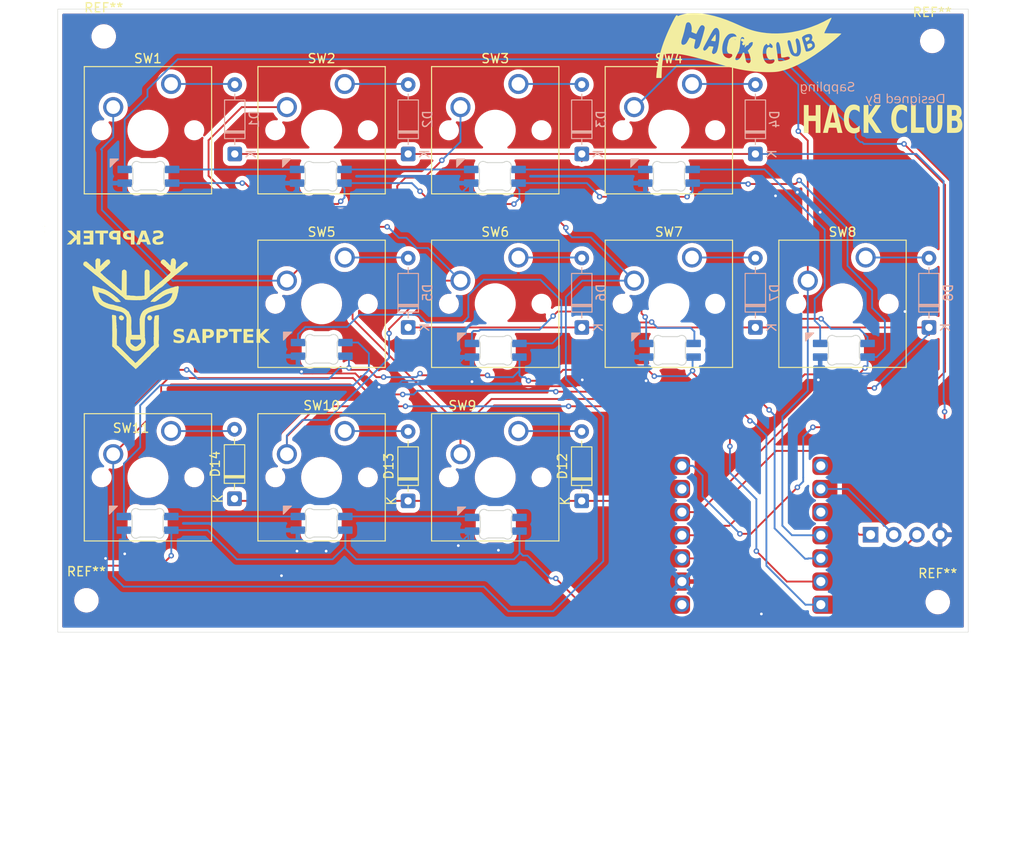
<source format=kicad_pcb>
(kicad_pcb (version 20241229) (generator "pcbnew") (generator_version "9.0")
  (layers (0 "F.Cu" signal) (2 "B.Cu" signal) (13 "F.Paste" user) (15 "B.Paste" user) (5 "F.SilkS" user "F.Silkscreen") (7 "B.SilkS" user "B.Silkscreen") (1 "F.Mask" user) (3 "B.Mask" user) (25 "Edge.Cuts" user))
  (net 0 "")
  (net 1 "R1")
  (net 2 "Net-(D1-A)")
  (net 3 "Net-(D2-A)")
  (net 4 "Net-(D3-A)")
  (net 5 "Net-(D4-A)")
  (net 6 "C5")
  (net 7 "Net-(D5-A)")
  (net 8 "Net-(D6-A)")
  (net 9 "Net-(D7-A)")
  (net 10 "Net-(D8-A)")
  (net 11 "5V1")
  (net 12 "C1")
  (net 13 "C2")
  (net 14 "C3")
  (net 15 "C4")
  (net 16 "3.3V")
  (net 17 "SDA")
  (net 18 "SCL")
  (net 19 "R2")
  (net 20 "Net-(LED1-DIN)")
  (net 21 "GND")
  (net 22 "Net-(LED1-DOUT)")
  (net 23 "Net-(LED2-DOUT)")
  (net 24 "Net-(LED3-DOUT)")
  (net 25 "R3")
  (net 26 "Net-(D12-A)")
  (net 27 "Net-(D13-A)")
  (net 28 "Net-(D14-A)")
  (net 29 "DIN1")
  (net 30 "Net-(LED5-DOUT)")
  (net 31 "Net-(LED6-DOUT)")
  (net 32 "Net-(LED7-DOUT)")
  (net 33 "DIN2")
  (net 34 "Net-(LED10-DIN)")
  (net 35 "Net-(LED10-DOUT)")
  (footprint "Hackclub Footprints:MX_SK6812MINI-E_REV" (layer "F.Cu") (at 114.3 114.27)
    (property "Reference" "LED10" (hide yes))
    (property "Value" "SK6812MINI-E")
    (fp_line (start -1.699999 5.782842) (end -1.699999 4.377158) (stroke (width 0.1)) (layer "Edge.Cuts"))
    (fp_line (start -0.794452 3.58) (end 0.794452 3.58) (stroke (width 0.1)) (layer "Edge.Cuts"))
    (fp_line (start 0.794452 6.579999) (end -0.794453 6.579999) (stroke (width 0.1)) (layer "Edge.Cuts"))
    (fp_line (start 1.699999 4.377158) (end 1.699999 5.782842) (stroke (width 0.1)) (layer "Edge.Cuts"))
    (fp_arc (start -1.749484 4.16028) (mid -1.712527 4.265932) (end -1.699999 4.377158) (stroke (width 0.1)) (layer "Edge.Cuts"))
    (fp_arc (start -1.749484 4.160281) (mid -1.638072 3.575965) (end -1.046711 3.511701) (stroke (width 0.1)) (layer "Edge.Cuts"))
    (fp_arc (start -1.699999 5.782843) (mid -1.712527 5.894068) (end -1.749484 5.99972) (stroke (width 0.1)) (layer "Edge.Cuts"))
    (fp_arc (start -1.046711 6.648298) (mid -1.638071 6.584034) (end -1.749484 5.99972) (stroke (width 0.1)) (layer "Edge.Cuts"))
    (fp_arc (start -1.046711 6.648298) (mid -0.925123 6.597376) (end -0.794453 6.579999) (stroke (width 0.1)) (layer "Edge.Cuts"))
    (fp_arc (start -0.794452 3.58) (mid -0.925123 3.562623) (end -1.046711 3.511701) (stroke (width 0.1)) (layer "Edge.Cuts"))
    (fp_arc (start 0.794453 6.58) (mid 0.925123 6.597377) (end 1.046711 6.648299) (stroke (width 0.1)) (layer "Edge.Cuts"))
    (fp_arc (start 1.04671 3.511701) (mid 0.925122 3.562623) (end 0.794452 3.58) (stroke (width 0.1)) (layer "Edge.Cuts"))
    (fp_arc (start 1.046711 3.511703) (mid 1.63807 3.575966) (end 1.749484 4.16028) (stroke (width 0.1)) (layer "Edge.Cuts"))
    (fp_arc (start 1.699999 4.377157) (mid 1.712527 4.265932) (end 1.749484 4.16028) (stroke (width 0.1)) (layer "Edge.Cuts"))
    (fp_arc (start 1.749484 5.99972) (mid 1.638071 6.584035) (end 1.046711 6.648299) (stroke (width 0.1)) (layer "Edge.Cuts"))
    (fp_arc (start 1.749484 5.99972) (mid 1.712527 5.894068) (end 1.699999 5.782842) (stroke (width 0.1)) (layer "Edge.Cuts"))
  )
  (footprint "ScottoKeebs_Components:OLED_128x32" (layer "F.Cu") (at 184.33 119 -90)
    (property "Reference" "U2" (hide yes))
    (property "Value" "~")
  )
  (footprint "Button_Switch_Keyboard:SW_Cherry_MX_1.00u_PCB" (layer "F.Cu") (at 135.89 109.22)
    (property "Reference" "SW9")
    (property "Value" "SW_Push")
  )
  (footprint "MountingHole:MountingHole_2.2mm_M2" (layer "F.Cu") (at 88.5 127.8)
    (property "Reference" "REF**")
    (property "Value" "MountingHole_2.2mm_M2")
  )
  (footprint "Diode_THT:D_DO-35_SOD27_P7.62mm_Horizontal" (layer "F.Cu") (at 104.7464 116.6494 90)
    (property "Reference" "D14")
    (property "Value" "1N4148")
  )
  (footprint "Hackclub Footprints:MX_SK6812MINI-E_REV" (layer "F.Cu") (at 133.4 95.2725)
    (property "Reference" "LED7" (hide yes))
    (property "Value" "SK6812MINI-E")
    (fp_line (start -1.699999 5.782842) (end -1.699999 4.377158) (stroke (width 0.1)) (layer "Edge.Cuts"))
    (fp_line (start -0.794452 3.58) (end 0.794452 3.58) (stroke (width 0.1)) (layer "Edge.Cuts"))
    (fp_line (start 0.794452 6.579999) (end -0.794453 6.579999) (stroke (width 0.1)) (layer "Edge.Cuts"))
    (fp_line (start 1.699999 4.377158) (end 1.699999 5.782842) (stroke (width 0.1)) (layer "Edge.Cuts"))
    (fp_arc (start -1.749484 4.16028) (mid -1.712527 4.265932) (end -1.699999 4.377158) (stroke (width 0.1)) (layer "Edge.Cuts"))
    (fp_arc (start -1.749484 4.160281) (mid -1.638072 3.575965) (end -1.046711 3.511701) (stroke (width 0.1)) (layer "Edge.Cuts"))
    (fp_arc (start -1.699999 5.782843) (mid -1.712527 5.894068) (end -1.749484 5.99972) (stroke (width 0.1)) (layer "Edge.Cuts"))
    (fp_arc (start -1.046711 6.648298) (mid -1.638071 6.584034) (end -1.749484 5.99972) (stroke (width 0.1)) (layer "Edge.Cuts"))
    (fp_arc (start -1.046711 6.648298) (mid -0.925123 6.597376) (end -0.794453 6.579999) (stroke (width 0.1)) (layer "Edge.Cuts"))
    (fp_arc (start -0.794452 3.58) (mid -0.925123 3.562623) (end -1.046711 3.511701) (stroke (width 0.1)) (layer "Edge.Cuts"))
    (fp_arc (start 0.794453 6.58) (mid 0.925123 6.597377) (end 1.046711 6.648299) (stroke (width 0.1)) (layer "Edge.Cuts"))
    (fp_arc (start 1.04671 3.511701) (mid 0.925122 3.562623) (end 0.794452 3.58) (stroke (width 0.1)) (layer "Edge.Cuts"))
    (fp_arc (start 1.046711 3.511703) (mid 1.63807 3.575966) (end 1.749484 4.16028) (stroke (width 0.1)) (layer "Edge.Cuts"))
    (fp_arc (start 1.699999 4.377157) (mid 1.712527 4.265932) (end 1.749484 4.16028) (stroke (width 0.1)) (layer "Edge.Cuts"))
    (fp_arc (start 1.749484 5.99972) (mid 1.638071 6.584035) (end 1.046711 6.648299) (stroke (width 0.1)) (layer "Edge.Cuts"))
    (fp_arc (start 1.749484 5.99972) (mid 1.712527 5.894068) (end 1.699999 5.782842) (stroke (width 0.1)) (layer "Edge.Cuts"))
  )
  (footprint "Button_Switch_Keyboard:SW_Cherry_MX_1.00u_PCB" (layer "F.Cu") (at 154.94 90.17)
    (property "Reference" "SW7")
    (property "Value" "SW_Push")
  )
  (footprint "Hackclub Footprints:MX_SK6812MINI-E_REV" (layer "F.Cu") (at 133.3125 76.1725)
    (property "Reference" "LED3" (hide yes))
    (property "Value" "SK6812MINI-E")
    (fp_line (start -1.699999 5.782842) (end -1.699999 4.377158) (stroke (width 0.1)) (layer "Edge.Cuts"))
    (fp_line (start -0.794452 3.58) (end 0.794452 3.58) (stroke (width 0.1)) (layer "Edge.Cuts"))
    (fp_line (start 0.794452 6.579999) (end -0.794453 6.579999) (stroke (width 0.1)) (layer "Edge.Cuts"))
    (fp_line (start 1.699999 4.377158) (end 1.699999 5.782842) (stroke (width 0.1)) (layer "Edge.Cuts"))
    (fp_arc (start -1.749484 4.16028) (mid -1.712527 4.265932) (end -1.699999 4.377158) (stroke (width 0.1)) (layer "Edge.Cuts"))
    (fp_arc (start -1.749484 4.160281) (mid -1.638072 3.575965) (end -1.046711 3.511701) (stroke (width 0.1)) (layer "Edge.Cuts"))
    (fp_arc (start -1.699999 5.782843) (mid -1.712527 5.894068) (end -1.749484 5.99972) (stroke (width 0.1)) (layer "Edge.Cuts"))
    (fp_arc (start -1.046711 6.648298) (mid -1.638071 6.584034) (end -1.749484 5.99972) (stroke (width 0.1)) (layer "Edge.Cuts"))
    (fp_arc (start -1.046711 6.648298) (mid -0.925123 6.597376) (end -0.794453 6.579999) (stroke (width 0.1)) (layer "Edge.Cuts"))
    (fp_arc (start -0.794452 3.58) (mid -0.925123 3.562623) (end -1.046711 3.511701) (stroke (width 0.1)) (layer "Edge.Cuts"))
    (fp_arc (start 0.794453 6.58) (mid 0.925123 6.597377) (end 1.046711 6.648299) (stroke (width 0.1)) (layer "Edge.Cuts"))
    (fp_arc (start 1.04671 3.511701) (mid 0.925122 3.562623) (end 0.794452 3.58) (stroke (width 0.1)) (layer "Edge.Cuts"))
    (fp_arc (start 1.046711 3.511703) (mid 1.63807 3.575966) (end 1.749484 4.16028) (stroke (width 0.1)) (layer "Edge.Cuts"))
    (fp_arc (start 1.699999 4.377157) (mid 1.712527 4.265932) (end 1.749484 4.16028) (stroke (width 0.1)) (layer "Edge.Cuts"))
    (fp_arc (start 1.749484 5.99972) (mid 1.638071 6.584035) (end 1.046711 6.648299) (stroke (width 0.1)) (layer "Edge.Cuts"))
    (fp_arc (start 1.749484 5.99972) (mid 1.712527 5.894068) (end 1.699999 5.782842) (stroke (width 0.1)) (layer "Edge.Cuts"))
  )
  (footprint "Diode_THT:D_DO-35_SOD27_P7.62mm_Horizontal" (layer "F.Cu") (at 142.836 116.8885 90)
    (property "Reference" "D12")
    (property "Value" "1N4148")
  )
  (footprint "Hackclub Footprints:MX_SK6812MINI-E_REV" (layer "F.Cu") (at 133.4125 114.3725)
    (property "Reference" "LED11" (hide yes))
    (property "Value" "SK6812MINI-E")
    (fp_line (start -1.699999 5.782842) (end -1.699999 4.377158) (stroke (width 0.1)) (layer "Edge.Cuts"))
    (fp_line (start -0.794452 3.58) (end 0.794452 3.58) (stroke (width 0.1)) (layer "Edge.Cuts"))
    (fp_line (start 0.794452 6.579999) (end -0.794453 6.579999) (stroke (width 0.1)) (layer "Edge.Cuts"))
    (fp_line (start 1.699999 4.377158) (end 1.699999 5.782842) (stroke (width 0.1)) (layer "Edge.Cuts"))
    (fp_arc (start -1.749484 4.16028) (mid -1.712527 4.265932) (end -1.699999 4.377158) (stroke (width 0.1)) (layer "Edge.Cuts"))
    (fp_arc (start -1.749484 4.160281) (mid -1.638072 3.575965) (end -1.046711 3.511701) (stroke (width 0.1)) (layer "Edge.Cuts"))
    (fp_arc (start -1.699999 5.782843) (mid -1.712527 5.894068) (end -1.749484 5.99972) (stroke (width 0.1)) (layer "Edge.Cuts"))
    (fp_arc (start -1.046711 6.648298) (mid -1.638071 6.584034) (end -1.749484 5.99972) (stroke (width 0.1)) (layer "Edge.Cuts"))
    (fp_arc (start -1.046711 6.648298) (mid -0.925123 6.597376) (end -0.794453 6.579999) (stroke (width 0.1)) (layer "Edge.Cuts"))
    (fp_arc (start -0.794452 3.58) (mid -0.925123 3.562623) (end -1.046711 3.511701) (stroke (width 0.1)) (layer "Edge.Cuts"))
    (fp_arc (start 0.794453 6.58) (mid 0.925123 6.597377) (end 1.046711 6.648299) (stroke (width 0.1)) (layer "Edge.Cuts"))
    (fp_arc (start 1.04671 3.511701) (mid 0.925122 3.562623) (end 0.794452 3.58) (stroke (width 0.1)) (layer "Edge.Cuts"))
    (fp_arc (start 1.046711 3.511703) (mid 1.63807 3.575966) (end 1.749484 4.16028) (stroke (width 0.1)) (layer "Edge.Cuts"))
    (fp_arc (start 1.699999 4.377157) (mid 1.712527 4.265932) (end 1.749484 4.16028) (stroke (width 0.1)) (layer "Edge.Cuts"))
    (fp_arc (start 1.749484 5.99972) (mid 1.638071 6.584035) (end 1.046711 6.648299) (stroke (width 0.1)) (layer "Edge.Cuts"))
    (fp_arc (start 1.749484 5.99972) (mid 1.712527 5.894068) (end 1.699999 5.782842) (stroke (width 0.1)) (layer "Edge.Cuts"))
  )
  (footprint "Button_Switch_Keyboard:SW_Cherry_MX_1.00u_PCB" (layer "F.Cu") (at 135.89 90.17)
    (property "Reference" "SW6")
    (property "Value" "SW_Push")
  )
  (footprint "Button_Switch_Keyboard:SW_Cherry_MX_1.00u_PCB" (layer "F.Cu") (at 97.79 109.22)
    (property "Reference" "SW11")
    (property "Value" "SW_Push")
  )
  (footprint "Button_Switch_Keyboard:SW_Cherry_MX_1.00u_PCB" (layer "F.Cu") (at 97.79 71.12)
    (property "Reference" "SW1")
    (property "Value" "SW_Push")
  )
  (footprint "Button_Switch_Keyboard:SW_Cherry_MX_1.00u_PCB" (layer "F.Cu") (at 116.84 90.17)
    (property "Reference" "SW5")
    (property "Value" "SW_Push")
  )
  (footprint "MountingHole:MountingHole_2.2mm_M2" (layer "F.Cu") (at 181.3 66.4)
    (property "Reference" "REF**")
    (property "Value" "MountingHole_2.2mm_M2")
  )
  (footprint "Button_Switch_Keyboard:SW_Cherry_MX_1.00u_PCB" (layer "F.Cu") (at 154.94 71.12)
    (property "Reference" "SW4")
    (property "Value" "SW_Push")
  )
  (footprint "Sappteklogo:SapptekLogo2" (layer "F.Cu") (at 93.9 96.7)
    (property "Reference" "G***" (hide yes))
    (property "Value" "LOGO" (hide yes))
  )
  (footprint "Hackclub Footprints:MX_SK6812MINI-E_REV" (layer "F.Cu") (at 171.6 95.27)
    (property "Reference" "LED5" (hide yes))
    (property "Value" "SK6812MINI-E")
    (fp_line (start -1.699999 5.782842) (end -1.699999 4.377158) (stroke (width 0.1)) (layer "Edge.Cuts"))
    (fp_line (start -0.794452 3.58) (end 0.794452 3.58) (stroke (width 0.1)) (layer "Edge.Cuts"))
    (fp_line (start 0.794452 6.579999) (end -0.794453 6.579999) (stroke (width 0.1)) (layer "Edge.Cuts"))
    (fp_line (start 1.699999 4.377158) (end 1.699999 5.782842) (stroke (width 0.1)) (layer "Edge.Cuts"))
    (fp_arc (start -1.749484 4.16028) (mid -1.712527 4.265932) (end -1.699999 4.377158) (stroke (width 0.1)) (layer "Edge.Cuts"))
    (fp_arc (start -1.749484 4.160281) (mid -1.638072 3.575965) (end -1.046711 3.511701) (stroke (width 0.1)) (layer "Edge.Cuts"))
    (fp_arc (start -1.699999 5.782843) (mid -1.712527 5.894068) (end -1.749484 5.99972) (stroke (width 0.1)) (layer "Edge.Cuts"))
    (fp_arc (start -1.046711 6.648298) (mid -1.638071 6.584034) (end -1.749484 5.99972) (stroke (width 0.1)) (layer "Edge.Cuts"))
    (fp_arc (start -1.046711 6.648298) (mid -0.925123 6.597376) (end -0.794453 6.579999) (stroke (width 0.1)) (layer "Edge.Cuts"))
    (fp_arc (start -0.794452 3.58) (mid -0.925123 3.562623) (end -1.046711 3.511701) (stroke (width 0.1)) (layer "Edge.Cuts"))
    (fp_arc (start 0.794453 6.58) (mid 0.925123 6.597377) (end 1.046711 6.648299) (stroke (width 0.1)) (layer "Edge.Cuts"))
    (fp_arc (start 1.04671 3.511701) (mid 0.925122 3.562623) (end 0.794452 3.58) (stroke (width 0.1)) (layer "Edge.Cuts"))
    (fp_arc (start 1.046711 3.511703) (mid 1.63807 3.575966) (end 1.749484 4.16028) (stroke (width 0.1)) (layer "Edge.Cuts"))
    (fp_arc (start 1.699999 4.377157) (mid 1.712527 4.265932) (end 1.749484 4.16028) (stroke (width 0.1)) (layer "Edge.Cuts"))
    (fp_arc (start 1.749484 5.99972) (mid 1.638071 6.584035) (end 1.046711 6.648299) (stroke (width 0.1)) (layer "Edge.Cuts"))
    (fp_arc (start 1.749484 5.99972) (mid 1.712527 5.894068) (end 1.699999 5.782842) (stroke (width 0.1)) (layer "Edge.Cuts"))
  )
  (footprint "Button_Switch_Keyboard:SW_Cherry_MX_1.00u_PCB" (layer "F.Cu") (at 135.89 71.12)
    (property "Reference" "SW3")
    (property "Value" "SW_Push")
  )
  (footprint "ScottoKeebs_MCU:Seeed_XIAO_RP2040" (layer "F.Cu") (at 161.45 120.66 180)
    (property "Reference" "U1" (hide yes))
    (property "Value" "XIAO-RP2040-DIP")
  )
  (footprint "Diode_THT:D_DO-35_SOD27_P7.62mm_Horizontal" (layer "F.Cu") (at 123.7912 116.8885 90)
    (property "Reference" "D13")
    (property "Value" "1N4148")
  )
  (footprint "MountingHole:MountingHole_2.2mm_M2" (layer "F.Cu") (at 181.9 128)
    (property "Reference" "REF**")
    (property "Value" "MountingHole_2.2mm_M2")
  )
  (footprint "Hackclub Footprints:MX_SK6812MINI-E_REV" (layer "F.Cu") (at 95.3 76.17)
    (property "Reference" "LED1" (hide yes))
    (property "Value" "SK6812MINI-E")
    (fp_line (start -1.699999 5.782842) (end -1.699999 4.377158) (stroke (width 0.1)) (layer "Edge.Cuts"))
    (fp_line (start -0.794452 3.58) (end 0.794452 3.58) (stroke (width 0.1)) (layer "Edge.Cuts"))
    (fp_line (start 0.794452 6.579999) (end -0.794453 6.579999) (stroke (width 0.1)) (layer "Edge.Cuts"))
    (fp_line (start 1.699999 4.377158) (end 1.699999 5.782842) (stroke (width 0.1)) (layer "Edge.Cuts"))
    (fp_arc (start -1.749484 4.16028) (mid -1.712527 4.265932) (end -1.699999 4.377158) (stroke (width 0.1)) (layer "Edge.Cuts"))
    (fp_arc (start -1.749484 4.160281) (mid -1.638072 3.575965) (end -1.046711 3.511701) (stroke (width 0.1)) (layer "Edge.Cuts"))
    (fp_arc (start -1.699999 5.782843) (mid -1.712527 5.894068) (end -1.749484 5.99972) (stroke (width 0.1)) (layer "Edge.Cuts"))
    (fp_arc (start -1.046711 6.648298) (mid -1.638071 6.584034) (end -1.749484 5.99972) (stroke (width 0.1)) (layer "Edge.Cuts"))
    (fp_arc (start -1.046711 6.648298) (mid -0.925123 6.597376) (end -0.794453 6.579999) (stroke (width 0.1)) (layer "Edge.Cuts"))
    (fp_arc (start -0.794452 3.58) (mid -0.925123 3.562623) (end -1.046711 3.511701) (stroke (width 0.1)) (layer "Edge.Cuts"))
    (fp_arc (start 0.794453 6.58) (mid 0.925123 6.597377) (end 1.046711 6.648299) (stroke (width 0.1)) (layer "Edge.Cuts"))
    (fp_arc (start 1.04671 3.511701) (mid 0.925122 3.562623) (end 0.794452 3.58) (stroke (width 0.1)) (layer "Edge.Cuts"))
    (fp_arc (start 1.046711 3.511703) (mid 1.63807 3.575966) (end 1.749484 4.16028) (stroke (width 0.1)) (layer "Edge.Cuts"))
    (fp_arc (start 1.699999 4.377157) (mid 1.712527 4.265932) (end 1.749484 4.16028) (stroke (width 0.1)) (layer "Edge.Cuts"))
    (fp_arc (start 1.749484 5.99972) (mid 1.638071 6.584035) (end 1.046711 6.648299) (stroke (width 0.1)) (layer "Edge.Cuts"))
    (fp_arc (start 1.749484 5.99972) (mid 1.712527 5.894068) (end 1.699999 5.782842) (stroke (width 0.1)) (layer "Edge.Cuts"))
  )
  (footprint "Hackclub Footprints:MX_SK6812MINI-E_REV" (layer "F.Cu") (at 152.5125 95.2725)
    (property "Reference" "LED6" (hide yes))
    (property "Value" "SK6812MINI-E")
    (fp_line (start -1.699999 5.782842) (end -1.699999 4.377158) (stroke (width 0.1)) (layer "Edge.Cuts"))
    (fp_line (start -0.794452 3.58) (end 0.794452 3.58) (stroke (width 0.1)) (layer "Edge.Cuts"))
    (fp_line (start 0.794452 6.579999) (end -0.794453 6.579999) (stroke (width 0.1)) (layer "Edge.Cuts"))
    (fp_line (start 1.699999 4.377158) (end 1.699999 5.782842) (stroke (width 0.1)) (layer "Edge.Cuts"))
    (fp_arc (start -1.749484 4.16028) (mid -1.712527 4.265932) (end -1.699999 4.377158) (stroke (width 0.1)) (layer "Edge.Cuts"))
    (fp_arc (start -1.749484 4.160281) (mid -1.638072 3.575965) (end -1.046711 3.511701) (stroke (width 0.1)) (layer "Edge.Cuts"))
    (fp_arc (start -1.699999 5.782843) (mid -1.712527 5.894068) (end -1.749484 5.99972) (stroke (width 0.1)) (layer "Edge.Cuts"))
    (fp_arc (start -1.046711 6.648298) (mid -1.638071 6.584034) (end -1.749484 5.99972) (stroke (width 0.1)) (layer "Edge.Cuts"))
    (fp_arc (start -1.046711 6.648298) (mid -0.925123 6.597376) (end -0.794453 6.579999) (stroke (width 0.1)) (layer "Edge.Cuts"))
    (fp_arc (start -0.794452 3.58) (mid -0.925123 3.562623) (end -1.046711 3.511701) (stroke (width 0.1)) (layer "Edge.Cuts"))
    (fp_arc (start 0.794453 6.58) (mid 0.925123 6.597377) (end 1.046711 6.648299) (stroke (width 0.1)) (layer "Edge.Cuts"))
    (fp_arc (start 1.04671 3.511701) (mid 0.925122 3.562623) (end 0.794452 3.58) (stroke (width 0.1)) (layer "Edge.Cuts"))
    (fp_arc (start 1.046711 3.511703) (mid 1.63807 3.575966) (end 1.749484 4.16028) (stroke (width 0.1)) (layer "Edge.Cuts"))
    (fp_arc (start 1.699999 4.377157) (mid 1.712527 4.265932) (end 1.749484 4.16028) (stroke (width 0.1)) (layer "Edge.Cuts"))
    (fp_arc (start 1.749484 5.99972) (mid 1.638071 6.584035) (end 1.046711 6.648299) (stroke (width 0.1)) (layer "Edge.Cuts"))
    (fp_arc (start 1.749484 5.99972) (mid 1.712527 5.894068) (end 1.699999 5.782842) (stroke (width 0.1)) (layer "Edge.Cuts"))
  )
  (footprint "Button_Switch_Keyboard:SW_Cherry_MX_1.00u_PCB" (layer "F.Cu") (at 116.84 109.22)
    (property "Reference" "SW10")
    (property "Value" "SW_Push")
  )
  (footprint "Hackclub Footprints:MX_SK6812MINI-E_REV" (layer "F.Cu") (at 114.2125 76.1725)
    (property "Reference" "LED2" (hide yes))
    (property "Value" "SK6812MINI-E")
    (fp_line (start -1.699999 5.782842) (end -1.699999 4.377158) (stroke (width 0.1)) (layer "Edge.Cuts"))
    (fp_line (start -0.794452 3.58) (end 0.794452 3.58) (stroke (width 0.1)) (layer "Edge.Cuts"))
    (fp_line (start 0.794452 6.579999) (end -0.794453 6.579999) (stroke (width 0.1)) (layer "Edge.Cuts"))
    (fp_line (start 1.699999 4.377158) (end 1.699999 5.782842) (stroke (width 0.1)) (layer "Edge.Cuts"))
    (fp_arc (start -1.749484 4.16028) (mid -1.712527 4.265932) (end -1.699999 4.377158) (stroke (width 0.1)) (layer "Edge.Cuts"))
    (fp_arc (start -1.749484 4.160281) (mid -1.638072 3.575965) (end -1.046711 3.511701) (stroke (width 0.1)) (layer "Edge.Cuts"))
    (fp_arc (start -1.699999 5.782843) (mid -1.712527 5.894068) (end -1.749484 5.99972) (stroke (width 0.1)) (layer "Edge.Cuts"))
    (fp_arc (start -1.046711 6.648298) (mid -1.638071 6.584034) (end -1.749484 5.99972) (stroke (width 0.1)) (layer "Edge.Cuts"))
    (fp_arc (start -1.046711 6.648298) (mid -0.925123 6.597376) (end -0.794453 6.579999) (stroke (width 0.1)) (layer "Edge.Cuts"))
    (fp_arc (start -0.794452 3.58) (mid -0.925123 3.562623) (end -1.046711 3.511701) (stroke (width 0.1)) (layer "Edge.Cuts"))
    (fp_arc (start 0.794453 6.58) (mid 0.925123 6.597377) (end 1.046711 6.648299) (stroke (width 0.1)) (layer "Edge.Cuts"))
    (fp_arc (start 1.04671 3.511701) (mid 0.925122 3.562623) (end 0.794452 3.58) (stroke (width 0.1)) (layer "Edge.Cuts"))
    (fp_arc (start 1.046711 3.511703) (mid 1.63807 3.575966) (end 1.749484 4.16028) (stroke (width 0.1)) (layer "Edge.Cuts"))
    (fp_arc (start 1.699999 4.377157) (mid 1.712527 4.265932) (end 1.749484 4.16028) (stroke (width 0.1)) (layer "Edge.Cuts"))
    (fp_arc (start 1.749484 5.99972) (mid 1.638071 6.584035) (end 1.046711 6.648299) (stroke (width 0.1)) (layer "Edge.Cuts"))
    (fp_arc (start 1.749484 5.99972) (mid 1.712527 5.894068) (end 1.699999 5.782842) (stroke (width 0.1)) (layer "Edge.Cuts"))
  )
  (footprint "Hackclub Footprints:MX_SK6812MINI-E_REV" (layer "F.Cu") (at 95.2125 114.2725)
    (property "Reference" "LED9" (hide yes))
    (property "Value" "SK6812MINI-E")
    (fp_line (start -1.699999 5.782842) (end -1.699999 4.377158) (stroke (width 0.1)) (layer "Edge.Cuts"))
    (fp_line (start -0.794452 3.58) (end 0.794452 3.58) (stroke (width 0.1)) (layer "Edge.Cuts"))
    (fp_line (start 0.794452 6.579999) (end -0.794453 6.579999) (stroke (width 0.1)) (layer "Edge.Cuts"))
    (fp_line (start 1.699999 4.377158) (end 1.699999 5.782842) (stroke (width 0.1)) (layer "Edge.Cuts"))
    (fp_arc (start -1.749484 4.16028) (mid -1.712527 4.265932) (end -1.699999 4.377158) (stroke (width 0.1)) (layer "Edge.Cuts"))
    (fp_arc (start -1.749484 4.160281) (mid -1.638072 3.575965) (end -1.046711 3.511701) (stroke (width 0.1)) (layer "Edge.Cuts"))
    (fp_arc (start -1.699999 5.782843) (mid -1.712527 5.894068) (end -1.749484 5.99972) (stroke (width 0.1)) (layer "Edge.Cuts"))
    (fp_arc (start -1.046711 6.648298) (mid -1.638071 6.584034) (end -1.749484 5.99972) (stroke (width 0.1)) (layer "Edge.Cuts"))
    (fp_arc (start -1.046711 6.648298) (mid -0.925123 6.597376) (end -0.794453 6.579999) (stroke (width 0.1)) (layer "Edge.Cuts"))
    (fp_arc (start -0.794452 3.58) (mid -0.925123 3.562623) (end -1.046711 3.511701) (stroke (width 0.1)) (layer "Edge.Cuts"))
    (fp_arc (start 0.794453 6.58) (mid 0.925123 6.597377) (end 1.046711 6.648299) (stroke (width 0.1)) (layer "Edge.Cuts"))
    (fp_arc (start 1.04671 3.511701) (mid 0.925122 3.562623) (end 0.794452 3.58) (stroke (width 0.1)) (layer "Edge.Cuts"))
    (fp_arc (start 1.046711 3.511703) (mid 1.63807 3.575966) (end 1.749484 4.16028) (stroke (width 0.1)) (layer "Edge.Cuts"))
    (fp_arc (start 1.699999 4.377157) (mid 1.712527 4.265932) (end 1.749484 4.16028) (stroke (width 0.1)) (layer "Edge.Cuts"))
    (fp_arc (start 1.749484 5.99972) (mid 1.638071 6.584035) (end 1.046711 6.648299) (stroke (width 0.1)) (layer "Edge.Cuts"))
    (fp_arc (start 1.749484 5.99972) (mid 1.712527 5.894068) (end 1.699999 5.782842) (stroke (width 0.1)) (layer "Edge.Cuts"))
  )
  (footprint "Sappteklogo:HackClubLOGO" (layer "F.Cu") (at 161.2 66.9)
    (property "Reference" "G***")
    (property "Value" "LOGO" (hide yes))
  )
  (footprint "Button_Switch_Keyboard:SW_Cherry_MX_1.00u_PCB" (layer "F.Cu") (at 116.84 71.12)
    (property "Reference" "SW2")
    (property "Value" "SW_Push")
  )
  (footprint "MountingHole:MountingHole_2.2mm_M2" (layer "F.Cu") (at 90.4 65.9)
    (property "Reference" "REF**")
    (property "Value" "MountingHole_2.2mm_M2")
  )
  (footprint "Hackclub Footprints:MX_SK6812MINI-E_REV" (layer "F.Cu") (at 152.4125 76.1725)
    (property "Reference" "LED4" (hide yes))
    (property "Value" "SK6812MINI-E")
    (fp_line (start -1.699999 5.782842) (end -1.699999 4.377158) (stroke (width 0.1)) (layer "Edge.Cuts"))
    (fp_line (start -0.794452 3.58) (end 0.794452 3.58) (stroke (width 0.1)) (layer "Edge.Cuts"))
    (fp_line (start 0.794452 6.579999) (end -0.794453 6.579999) (stroke (width 0.1)) (layer "Edge.Cuts"))
    (fp_line (start 1.699999 4.377158) (end 1.699999 5.782842) (stroke (width 0.1)) (layer "Edge.Cuts"))
    (fp_arc (start -1.749484 4.16028) (mid -1.712527 4.265932) (end -1.699999 4.377158) (stroke (width 0.1)) (layer "Edge.Cuts"))
    (fp_arc (start -1.749484 4.160281) (mid -1.638072 3.575965) (end -1.046711 3.511701) (stroke (width 0.1)) (layer "Edge.Cuts"))
    (fp_arc (start -1.699999 5.782843) (mid -1.712527 5.894068) (end -1.749484 5.99972) (stroke (width 0.1)) (layer "Edge.Cuts"))
    (fp_arc (start -1.046711 6.648298) (mid -1.638071 6.584034) (end -1.749484 5.99972) (stroke (width 0.1)) (layer "Edge.Cuts"))
    (fp_arc (start -1.046711 6.648298) (mid -0.925123 6.597376) (end -0.794453 6.579999) (stroke (width 0.1)) (layer "Edge.Cuts"))
    (fp_arc (start -0.794452 3.58) (mid -0.925123 3.562623) (end -1.046711 3.511701) (stroke (width 0.1)) (layer "Edge.Cuts"))
    (fp_arc (start 0.794453 6.58) (mid 0.925123 6.597377) (end 1.046711 6.648299) (stroke (width 0.1)) (layer "Edge.Cuts"))
    (fp_arc (start 1.04671 3.511701) (mid 0.925122 3.562623) (end 0.794452 3.58) (stroke (width 0.1)) (layer "Edge.Cuts"))
    (fp_arc (start 1.046711 3.511703) (mid 1.63807 3.575966) (end 1.749484 4.16028) (stroke (width 0.1)) (layer "Edge.Cuts"))
    (fp_arc (start 1.699999 4.377157) (mid 1.712527 4.265932) (end 1.749484 4.16028) (stroke (width 0.1)) (layer "Edge.Cuts"))
    (fp_arc (start 1.749484 5.99972) (mid 1.638071 6.584035) (end 1.046711 6.648299) (stroke (width 0.1)) (layer "Edge.Cuts"))
    (fp_arc (start 1.749484 5.99972) (mid 1.712527 5.894068) (end 1.699999 5.782842) (stroke (width 0.1)) (layer "Edge.Cuts"))
  )
  (footprint "Button_Switch_Keyboard:SW_Cherry_MX_1.00u_PCB" (layer "F.Cu") (at 173.99 90.17)
    (property "Reference" "SW8")
    (property "Value" "SW_Push")
  )
  (footprint "Hackclub Footprints:MX_SK6812MINI-E_REV" (layer "F.Cu") (at 114.3125 95.1725)
    (property "Reference" "LED8" (hide yes))
    (property "Value" "SK6812MINI-E")
    (fp_line (start -1.699999 5.782842) (end -1.699999 4.377158) (stroke (width 0.1)) (layer "Edge.Cuts"))
    (fp_line (start -0.794452 3.58) (end 0.794452 3.58) (stroke (width 0.1)) (layer "Edge.Cuts"))
    (fp_line (start 0.794452 6.579999) (end -0.794453 6.579999) (stroke (width 0.1)) (layer "Edge.Cuts"))
    (fp_line (start 1.699999 4.377158) (end 1.699999 5.782842) (stroke (width 0.1)) (layer "Edge.Cuts"))
    (fp_arc (start -1.749484 4.16028) (mid -1.712527 4.265932) (end -1.699999 4.377158) (stroke (width 0.1)) (layer "Edge.Cuts"))
    (fp_arc (start -1.749484 4.160281) (mid -1.638072 3.575965) (end -1.046711 3.511701) (stroke (width 0.1)) (layer "Edge.Cuts"))
    (fp_arc (start -1.699999 5.782843) (mid -1.712527 5.894068) (end -1.749484 5.99972) (stroke (width 0.1)) (layer "Edge.Cuts"))
    (fp_arc (start -1.046711 6.648298) (mid -1.638071 6.584034) (end -1.749484 5.99972) (stroke (width 0.1)) (layer "Edge.Cuts"))
    (fp_arc (start -1.046711 6.648298) (mid -0.925123 6.597376) (end -0.794453 6.579999) (stroke (width 0.1)) (layer "Edge.Cuts"))
    (fp_arc (start -0.794452 3.58) (mid -0.925123 3.562623) (end -1.046711 3.511701) (stroke (width 0.1)) (layer "Edge.Cuts"))
    (fp_arc (start 0.794453 6.58) (mid 0.925123 6.597377) (end 1.046711 6.648299) (stroke (width 0.1)) (layer "Edge.Cuts"))
    (fp_arc (start 1.04671 3.511701) (mid 0.925122 3.562623) (end 0.794452 3.58) (stroke (width 0.1)) (layer "Edge.Cuts"))
    (fp_arc (start 1.046711 3.511703) (mid 1.63807 3.575966) (end 1.749484 4.16028) (stroke (width 0.1)) (layer "Edge.Cuts"))
    (fp_arc (start 1.699999 4.377157) (mid 1.712527 4.265932) (end 1.749484 4.16028) (stroke (width 0.1)) (layer "Edge.Cuts"))
    (fp_arc (start 1.749484 5.99972) (mid 1.638071 6.584035) (end 1.046711 6.648299) (stroke (width 0.1)) (layer "Edge.Cuts"))
    (fp_arc (start 1.749484 5.99972) (mid 1.712527 5.894068) (end 1.699999 5.782842) (stroke (width 0.1)) (layer "Edge.Cuts"))
  )
  (footprint "Diode_THT:D_DO-35_SOD27_P7.62mm_Horizontal" (layer "B.Cu") (at 161.8912 97.8489 90)
    (property "Reference" "D7")
    (property "Value" "1N4148")
  )
  (footprint "Diode_THT:D_DO-35_SOD27_P7.62mm_Horizontal" (layer "B.Cu") (at 142.8464 78.8041 90)
    (property "Reference" "D3")
    (property "Value" "1N4148")
  )
  (footprint "Diode_THT:D_DO-35_SOD27_P7.62mm_Horizontal" (layer "B.Cu") (at 104.775 78.8041 90)
    (property "Reference" "D1")
    (property "Value" "1N4148")
  )
  (footprint "Diode_THT:D_DO-35_SOD27_P7.62mm_Horizontal" (layer "B.Cu") (at 142.8464 97.8489 90)
    (property "Reference" "D6")
    (property "Value" "1N4148")
  )
  (footprint "Diode_THT:D_DO-35_SOD27_P7.62mm_Horizontal" (layer "B.Cu") (at 180.936 97.8489 90)
    (property "Reference" "D8")
    (property "Value" "1N4148")
  )
  (footprint "Diode_THT:D_DO-35_SOD27_P7.62mm_Horizontal" (layer "B.Cu") (at 161.8912 78.8041 90)
    (property "Reference" "D4")
    (property "Value" "1N4148")
  )
  (footprint "Diode_THT:D_DO-35_SOD27_P7.62mm_Horizontal" (layer "B.Cu") (at 123.8016 78.8041 90)
    (property "Reference" "D2")
    (property "Value" "1N4148")
  )
  (footprint "Diode_THT:D_DO-35_SOD27_P7.62mm_Horizontal" (layer "B.Cu") (at 123.8016 97.8489 90)
    (property "Reference" "D5")
    (property "Value" "1N4148")
  )
  (gr_rect (start 85.35 62.9) (end 185.25 131.3) (stroke (width 0.05)) (fill no) (layer "Edge.Cuts"))
  (gr_text "SAPPTEK" (at 97.9 99.8 0) (layer "F.SilkS") (effects (font (size 1.5 1.5) (thickness 0.3) (bold yes)) (justify left bottom)))
  (gr_text "SAPPTEK" (at 97.1 89 0) (layer "F.SilkS") (effects (font (size 1.5 1.5) (thickness 0.3) (bold yes)) (justify left bottom mirror)))
  (gr_text "HACK CLUB" (at 166.95 77 0) (layer "F.SilkS") (effects (font (size 3 2) (thickness 0.3) (bold yes)) (justify left bottom)))
  (gr_text "Designed By" (at 182.75 73.4 0) (layer "B.SilkS") (effects (font (size 1 1) (thickness 0.1)) (justify left bottom mirror)))
  (gr_text "Sappling" (at 166.75 72.1 0) (layer "B.SilkS") (effects (font (size 1 1) (thickness 0.1)) (justify right bottom mirror)))
  (segment (start 176.45 114.4) (end 182.65 108.2) (width 0.2) (layer "F.Cu") (net 1))
  (segment (start 164.15 111.4) (end 172.25 111.4) (width 0.2) (layer "F.Cu") (net 1))
  (segment (start 182.65 107.2) (end 182.65 107.1) (width 0.2) (layer "F.Cu") (net 1))
  (segment (start 182.65 108.2) (end 182.65 107.2) (width 0.2) (layer "F.Cu") (net 1))
  (segment (start 123.8016 79.1484) (end 123.8016 78.8041) (width 0.2) (layer "F.Cu") (net 1))
  (segment (start 175.25 114.4) (end 176.45 114.4) (width 0.2) (layer "F.Cu") (net 1))
  (segment (start 153.83 120.66) (end 156.31 120.66) (width 0.2) (layer "F.Cu") (net 1))
  (segment (start 159.03 119.62) (end 159.95 118.7) (width 0.2) (layer "F.Cu") (net 1))
  (segment (start 172.25 111.4) (end 175.25 114.4) (width 0.2) (layer "F.Cu") (net 1))
  (segment (start 104.775 78.8041) (end 123.8016 78.8041) (width 0.2) (layer "F.Cu") (net 1))
  (segment (start 161.8912 78.8041) (end 142.8464 78.8041) (width 0.2) (layer "F.Cu") (net 1))
  (segment (start 159.95 118.7) (end 159.95 115.6) (width 0.2) (layer "F.Cu") (net 1))
  (segment (start 156.85 120.12) (end 157.05 120.12) (width 0.2) (layer "F.Cu") (net 1))
  (segment (start 157.55 119.62) (end 159.03 119.62) (width 0.2) (layer "F.Cu") (net 1))
  (segment (start 157.05 120.12) (end 157.55 119.62) (width 0.2) (layer "F.Cu") (net 1))
  (segment (start 156.31 120.66) (end 156.85 120.12) (width 0.2) (layer "F.Cu") (net 1))
  (segment (start 159.95 115.6) (end 164.15 111.4) (width 0.2) (layer "F.Cu") (net 1))
  (segment (start 142.8464 78.8041) (end 123.8016 78.8041) (width 0.2) (layer "F.Cu") (net 1))
  (segment (start 142.8464 79.6036) (end 142.8464 78.8041) (width 0.2) (layer "F.Cu") (net 1))
  (via (at 182.65 107.1) (size 0.6) (drill 0.3) (layers "F.Cu" "B.Cu") (net 1))
  (segment (start 161.8912 78.8041) (end 179.5541 78.8041) (width 0.2) (layer "B.Cu") (net 1))
  (segment (start 182.65 107.1) (end 182.65 106.1) (width 0.2) (layer "B.Cu") (net 1))
  (segment (start 182.55 81.8) (end 182.55 106) (width 0.2) (layer "B.Cu") (net 1))
  (segment (start 179.5541 78.8041) (end 182.55 81.8) (width 0.2) (layer "B.Cu") (net 1))
  (segment (start 182.65 106.1) (end 182.55 106) (width 0.2) (layer "B.Cu") (net 1))
  (segment (start 104.7109 71.12) (end 104.775 71.1841) (width 0.2) (layer "B.Cu") (net 2))
  (segment (start 97.79 71.12) (end 104.7109 71.12) (width 0.2) (layer "B.Cu") (net 2))
  (segment (start 116.84 71.12) (end 123.7375 71.12) (width 0.2) (layer "B.Cu") (net 3))
  (segment (start 123.7375 71.12) (end 123.8016 71.1841) (width 0.2) (layer "B.Cu") (net 3))
  (segment (start 135.89 71.12) (end 142.7823 71.12) (width 0.2) (layer "B.Cu") (net 4))
  (segment (start 142.7823 71.12) (end 142.8464 71.1841) (width 0.2) (layer "B.Cu") (net 4))
  (segment (start 154.94 71.12) (end 161.8271 71.12) (width 0.2) (layer "B.Cu") (net 5))
  (segment (start 161.8271 71.12) (end 161.8912 71.1841) (width 0.2) (layer "B.Cu") (net 5))
  (segment (start 123.7427 90.17) (end 123.8016 90.2289) (width 0.2) (layer "B.Cu") (net 7))
  (segment (start 116.84 90.17) (end 123.7427 90.17) (width 0.2) (layer "B.Cu") (net 7))
  (segment (start 135.89 90.17) (end 142.7875 90.17) (width 0.2) (layer "B.Cu") (net 8))
  (segment (start 142.7875 90.17) (end 142.8464 90.2289) (width 0.2) (layer "B.Cu") (net 8))
  (segment (start 154.94 90.17) (end 161.8323 90.17) (width 0.2) (layer "B.Cu") (net 9))
  (segment (start 161.8323 90.17) (end 161.8912 90.2289) (width 0.2) (layer "B.Cu") (net 9))
  (segment (start 180.8771 90.17) (end 180.936 90.2289) (width 0.2) (layer "B.Cu") (net 10))
  (segment (start 173.99 90.17) (end 180.8771 90.17) (width 0.2) (layer "B.Cu") (net 10))
  (segment (start 155 102.8) (end 155 102.6) (width 0.2) (layer "F.Cu") (net 11))
  (segment (start 173.214055 102.999) (end 167.301 102.999) (width 0.2) (layer "F.Cu") (net 11))
  (segment (start 142.776505 128.176505) (end 146.094458 128.176505) (width 0.2) (layer "F.Cu") (net 11))
  (segment (start 89.3 124) (end 89.8 124) (width 0.2) (layer "F.Cu") (net 11))
  (segment (start 166.2 103.9) (end 156.1 103.9) (width 0.2) (layer "F.Cu") (net 11))
  (segment (start 125.3 103.1) (end 125.1 102.9) (width 0.2) (layer "F.Cu") (net 11))
  (segment (start 167.301 102.999) (end 167.2 103.1) (width 0.2) (layer "F.Cu") (net 11))
  (segment (start 146.094458 128.176505) (end 146.197953 128.28) (width 0.2) (layer "F.Cu") (net 11))
  (segment (start 146.197953 128.28) (end 153.35 128.28) (width 0.2) (layer "F.Cu") (net 11))
  (segment (start 156.1 103.9) (end 155 102.8) (width 0.2) (layer "F.Cu") (net 11))
  (segment (start 116.1 84.3) (end 116.4 84) (width 0.2) (layer "F.Cu") (net 11))
  (segment (start 140.8 102.5) (end 139.9 103.4) (width 0.2) (layer "F.Cu") (net 11))
  (segment (start 161.1 82.1) (end 166.3 82.1) (width 0.2) (layer "F.Cu") (net 11))
  (segment (start 88.5 111.6) (end 88.5 123.2) (width 0.2) (layer "F.Cu") (net 11))
  (segment (start 166.3 82.1) (end 166.7 81.7) (width 0.2) (layer "F.Cu") (net 11))
  (segment (start 89.8 124) (end 96.7 124) (width 0.2) (layer "F.Cu") (net 11))
  (segment (start 150.1 102.5) (end 144.4 102.5) (width 0.2) (layer "F.Cu") (net 11))
  (segment (start 126.5 84.3) (end 135.4 84.3) (width 0.2) (layer "F.Cu") (net 11))
  (segment (start 105.6 82) (end 105.9 82) (width 0.2) (layer "F.Cu") (net 11))
  (segment (start 97.6 102.5) (end 88.6 111.5) (width 0.2) (layer "F.Cu") (net 11))
  (segment (start 108.15 84.25) (end 108.2 84.3) (width 0.2) (layer "F.Cu") (net 11))
  (segment (start 150.8 103.2) (end 150.1 102.5) (width 0.2) (layer "F.Cu") (net 11))
  (segment (start 173.913055 102.3) (end 173.214055 102.999) (width 0.2) (layer "F.Cu") (net 11))
  (segment (start 167.2 103.1) (end 166.3 104) (width 0.2) (layer "F.Cu") (net 11))
  (segment (start 140 125.4) (end 142.776505 128.176505) (width 0.2) (layer "F.Cu") (net 11))
  (segment (start 117.5 102.5) (end 119.5 102.5) (width 0.2) (layer "F.Cu") (net 11))
  (segment (start 166.3 104) (end 166.2 103.9) (width 0.2) (layer "F.Cu") (net 11))
  (segment (start 117.3 102.3) (end 117.5 102.5) (width 0.2) (layer "F.Cu") (net 11))
  (segment (start 115.6 84.3) (end 116.1 84.3) (width 0.2) (layer "F.Cu") (net 11))
  (segment (start 105.9 82) (end 108.15 84.25) (width 0.2) (layer "F.Cu") (net 11))
  (segment (start 132.5 103.1) (end 125.3 103.1) (width 0.2) (layer "F.Cu") (net 11))
  (segment (start 125.1 82.9) (end 126.5 84.3) (width 0.2) (layer "F.Cu") (net 11))
  (segment (start 120.3 103.3) (end 121.1 103.3) (width 0.2) (layer "F.Cu") (net 11))
  (segment (start 88.5 123.2) (end 89.3 124) (width 0.2) (layer "F.Cu") (net 11))
  (segment (start 88.6 111.5) (end 88.5 111.6) (width 0.2) (layer "F.Cu") (net 11))
  (segment (start 144.8 83.5) (end 154.4 83.5) (width 0.2) (layer "F.Cu") (net 11))
  (segment (start 99.5 102.5) (end 97.6 102.5) (width 0.2) (layer "F.Cu") (net 11))
  (segment (start 96.7 124) (end 97.8 122.9) (width 0.2) (layer "F.Cu") (net 11))
  (segment (start 108.2 84.3) (end 115.6 84.3) (width 0.2) (layer "F.Cu") (net 11))
  (segment (start 144.4 102.5) (end 140.8 102.5) (width 0.2) (layer "F.Cu") (net 11))
  (segment (start 139.9 103.4) (end 139.6 103.7) (width 0.2) (layer "F.Cu") (net 11))
  (segment (start 119.5 102.5) (end 120.3 103.3) (width 0.2) (layer "F.Cu") (net 11))
  (segment (start 139.6 103.7) (end 137 103.7) (width 0.2) (layer "F.Cu") (net 11))
  (via (at 166.7 81.7) (size 0.6) (drill 0.3) (layers "F.Cu" "B.Cu") (net 11))
  (via (at 150.8 103.2) (size 0.6) (drill 0.3) (layers "F.Cu" "B.Cu") (net 11))
  (via (at 125.1 102.9) (size 0.6) (drill 0.3) (layers "F.Cu" "B.Cu") (net 11))
  (via (at 161.1 82.1) (size 0.6) (drill 0.3) (layers "F.Cu" "B.Cu") (net 11))
  (via (at 117.3 102.3) (size 0.6) (drill 0.3) (layers "F.Cu" "B.Cu") (net 11))
  (via (at 137 103.7) (size 0.6) (drill 0.3) (layers "F.Cu" "B.Cu") (net 11))
  (via (at 132.5 103.1) (size 0.6) (drill 0.3) (layers "F.Cu" "B.Cu") (net 11))
  (via (at 121.1 103.3) (size 0.6) (drill 0.3) (layers "F.Cu" "B.Cu") (net 11))
  (via (at 144.8 83.5) (size 0.6) (drill 0.3) (layers "F.Cu" "B.Cu") (net 11))
  (via (at 99.5 102.5) (size 0.6) (drill 0.3) (layers "F.Cu" "B.Cu") (net 11))
  (via (at 140 125.4) (size 0.6) (drill 0.3) (layers "F.Cu" "B.Cu") (net 11))
  (via (at 173.913055 102.3) (size 0.6) (drill 0.3) (layers "F.Cu" "B.Cu") (net 11))
  (via (at 154.4 83.5) (size 0.6) (drill 0.3) (layers "F.Cu" "B.Cu") (net 11))
  (via (at 97.8 122.9) (size 0.6) (drill 0.3) (layers "F.Cu" "B.Cu") (net 11))
  (via (at 105.6 82) (size 0.6) (drill 0.3) (layers "F.Cu" "B.Cu") (net 11))
  (via (at 155 102.6) (size 0.6) (drill 0.3) (layers "F.Cu" "B.Cu") (net 11))
  (via (at 125.1 82.9) (size 0.6) (drill 0.3) (layers "F.Cu" "B.Cu") (net 11))
  (via (at 135.4 84.3) (size 0.6) (drill 0.3) (layers "F.Cu" "B.Cu") (net 11))
  (via (at 116.4 84) (size 0.6) (drill 0.3) (layers "F.Cu" "B.Cu") (net 11))
  (segment (start 144.8 83.4) (end 144.8 83.5) (width 0.2) (layer "B.Cu") (net 11))
  (segment (start 166.7 81.7) (end 172 87) (width 0.2) (layer "B.Cu") (net 11))
  (segment (start 136 82.741916) (end 135.714472 82.456388) (width 0.2) (layer "B.Cu") (net 11))
  (segment (start 97.9 82) (end 97.637447 82) (width 0.2) (layer "B.Cu") (net 11))
  (segment (start 105 123.3) (end 115.5 123.3) (width 0.2) (layer "B.Cu") (net 11))
  (segment (start 97.8 122.9) (end 97.8125 122.8875) (width 0.2) (layer "B.Cu") (net 11))
  (segment (start 136.0125 122.5125) (end 136.4 122.9) (width 0.2) (layer "B.Cu") (net 11))
  (segment (start 116.9 121.9) (end 116.9 120.1) (width 0.2) (layer "B.Cu") (net 11))
  (segment (start 136.0125 122.639224) (end 136.036638 122.663362) (width 0.2) (layer "B.Cu") (net 11))
  (segment (start 174 102.3) (end 173.913055 102.3) (width 0.2) (layer "B.Cu") (net 11))
  (segment (start 132.7 103.3) (end 132.5 103.1) (width 0.2) (layer "B.Cu") (net 11))
  (segment (start 136.4 122.9) (end 136.9 122.9) (width 0.2) (layer "B.Cu") (net 11))
  (segment (start 136 102.6) (end 135.3 103.3) (width 0.2) (layer "B.Cu") (net 11))
  (segment (start 155.0125 82.8875) (end 155.0125 82.0025) (width 0.2) (layer "B.Cu") (net 11))
  (segment (start 161.0025 82.0025) (end 161.1 82.1) (width 0.2) (layer "B.Cu") (net 11))
  (segment (start 136.0125 120.2025) (end 136.0125 122.639224) (width 0.2) (layer "B.Cu") (net 11))
  (segment (start 97.9 82) (end 105.6 82) (width 0.2) (layer "B.Cu") (net 11))
  (segment (start 136.9 122.9) (end 139.1 125.1) (width 0.2) (layer "B.Cu") (net 11))
  (segment (start 139.4 125.4) (end 140 125.4) (width 0.2) (layer "B.Cu") (net 11))
  (segment (start 116.8125 83.5875) (end 116.8125 82.604416) (width 0.2) (layer "B.Cu") (net 11))
  (segment (start 136.2 103.3) (end 136 103.1) (width 0.2) (layer "B.Cu") (net 11))
  (segment (start 116.8125 82.0025) (end 124.2025 82.0025) (width 0.2) (layer "B.Cu") (net 11))
  (segment (start 117.3 102.3) (end 117.3 101.39) (width 0.2) (layer "B.Cu") (net 11))
  (segment (start 136 103.1) (end 136 101.1025) (width 0.2) (layer "B.Cu") (net 11))
  (segment (start 136.0125 120.2025) (end 136.0125 122.5125) (width 0.2) (layer "B.Cu") (net 11))
  (segment (start 99.8 102.6) (end 99.7 102.5) (width 0.2) (layer "B.Cu") (net 11))
  (segment (start 135.4 84.3) (end 136 83.7) (width 0.2) (layer "B.Cu") (net 11))
  (segment (start 144.2 82.8) (end 144.8 83.4) (width 0.2) (layer "B.Cu") (net 11))
  (segment (start 155 102.6) (end 155 101.215) (width 0.2) (layer "B.Cu") (net 11))
  (segment (start 124.7 103.3) (end 121.4 103.3) (width 0.2) (layer "B.Cu") (net 11))
  (segment (start 101.8025 120.1025) (end 105 123.3) (width 0.2) (layer "B.Cu") (net 11))
  (segment (start 174.2 101.1) (end 174.2 102.1) (width 0.2) (layer "B.Cu") (net 11))
  (segment (start 174.2 102.1) (end 174 102.3) (width 0.2) (layer "B.Cu") (net 11))
  (segment (start 155.0125 82.0025) (end 161.0025 82.0025) (width 0.2) (layer "B.Cu") (net 11))
  (segment (start 100.7 103.5) (end 99.8 102.6) (width 0.2) (layer "B.Cu") (net 11))
  (segment (start 116.9 120.1) (end 116.9 122.1) (width 0.2) (layer "B.Cu") (net 11))
  (segment (start 99.7 102.5) (end 99.5 102.5) (width 0.2) (layer "B.Cu") (net 11))
  (segment (start 116.9 122.1) (end 118.1 123.3) (width 0.2) (layer "B.Cu") (net 11))
  (segment (start 135.4 123.3) (end 136.036638 122.663362) (width 0.2) (layer "B.Cu") (net 11))
  (segment (start 116.4 84) (end 116.8125 83.5875) (width 0.2) (layer "B.Cu") (net 11))
  (segment (start 97.8125 120.1025) (end 101.8025 120.1025) (width 0.2) (layer "B.Cu") (net 11))
  (segment (start 176.1 100.2) (end 175.2 101.1) (width 0.2) (layer "B.Cu") (net 11))
  (segment (start 176.1 97.1) (end 176.1 100.2) (width 0.2) (layer "B.Cu") (net 11))
  (segment (start 172 87) (end 172 91.08326) (width 0.2) (layer "B.Cu") (net 11))
  (segment (start 174.7 93.78326) (end 174.7 95.7) (width 0.2) (layer "B.Cu") (net 11))
  (segment (start 155 102.6) (end 154.4 103.2) (width 0.2) (layer "B.Cu") (net 11))
  (segment (start 97.8125 122.8875) (end 97.8125 120.1025) (width 0.2) (layer "B.Cu") (net 11))
  (segment (start 172 91.08326) (end 174.7 93.78326) (width 0.2) (layer "B.Cu") (net 11))
  (segment (start 136 101.1025) (end 136 102.6) (width 0.2) (layer "B.Cu") (net 11))
  (segment (start 124.2025 82.0025) (end 125.1 82.9) (width 0.2) (layer "B.Cu") (net 11))
  (segment (start 154.4 103.2) (end 150.8 103.2) (width 0.2) (layer "B.Cu") (net 11))
  (segment (start 137 103.7) (end 136.6 103.3) (width 0.2) (layer "B.Cu") (net 11))
  (segment (start 125.1 102.9) (end 124.7 103.3) (width 0.2) (layer "B.Cu") (net 11))
  (segment (start 115.5 123.3) (end 116.9 121.9) (width 0.2) (layer "B.Cu") (net 11))
  (segment (start 136.6 103.3) (end 136.2 103.3) (width 0.2) (layer "B.Cu") (net 11))
  (segment (start 155 101.215) (end 155.1125 101.1025) (width 0.2) (layer "B.Cu") (net 11))
  (segment (start 143.4025 82.0025) (end 144.2 82.8) (width 0.2) (layer "B.Cu") (net 11))
  (segment (start 135.3 103.3) (end 132.7 103.3) (width 0.2) (layer "B.Cu") (net 11))
  (segment (start 117.3 102.3) (end 116.3 102.3) (width 0.2) (layer "B.Cu") (net 11))
  (segment (start 97.637447 82) (end 97.604064 81.925405) (width 0.2) (layer "B.Cu") (net 11))
  (segment (start 117.3 101.39) (end 116.9125 101.0025) (width 0.2) (layer "B.Cu") (net 11))
  (segment (start 139.1 125.1) (end 139.4 125.4) (width 0.2) (layer "B.Cu") (net 11))
  (segment (start 136 83.7) (end 136 82.741916) (width 0.2) (layer "B.Cu") (net 11))
  (segment (start 174.7 95.7) (end 176.1 97.1) (width 0.2) (layer "B.Cu") (net 11))
  (segment (start 154.4 83.5) (end 155.0125 82.8875) (width 0.2) (layer "B.Cu") (net 11))
  (segment (start 118.1 123.3) (end 135.4 123.3) (width 0.2) (layer "B.Cu") (net 11))
  (segment (start 116.3 102.3) (end 115.1 103.5) (width 0.2) (layer "B.Cu") (net 11))
  (segment (start 121.4 103.3) (end 121.1 103.3) (width 0.2) (layer "B.Cu") (net 11))
  (segment (start 135.9125 82.0025) (end 143.4025 82.0025) (width 0.2) (layer "B.Cu") (net 11))
  (segment (start 115.1 103.5) (end 100.7 103.5) (width 0.2) (layer "B.Cu") (net 11))
  (segment (start 175.2 101.1) (end 174.2 101.1) (width 0.2) (layer "B.Cu") (net 11))
  (segment (start 116.8125 82.604416) (end 116.622479 82.414395) (width 0.2) (layer "B.Cu") (net 11))
  (segment (start 132.94 105.7) (end 141.4 105.7) (width 0.2) (layer "F.Cu") (net 12))
  (segment (start 129.54 111.76) (end 129.54 109.1) (width 0.2) (layer "F.Cu") (net 12))
  (segment (start 161.3 108) (end 161.3 108.1) (width 0.2) (layer "F.Cu") (net 12))
  (segment (start 160.8 107.5) (end 161.3 108) (width 0.2) (layer "F.Cu") (net 12))
  (segment (start 158.435401 106.076345) (end 159.859056 107.5) (width 0.2) (layer "F.Cu") (net 12))
  (segment (start 129.54 109.1) (end 132.94 105.7) (width 0.2) (layer "F.Cu") (net 12))
  (segment (start 116.8 93.2) (end 117.3 93.2) (width 0.2) (layer "F.Cu") (net 12))
  (segment (start 159.859056 107.5) (end 160.7 107.5) (width 0.2) (layer "F.Cu") (net 12))
  (segment (start 129.54 108.74) (end 129.54 111.76) (width 0.2) (layer "F.Cu") (net 12))
  (segment (start 141.4 105.7) (end 158.059056 105.7) (width 0.2) (layer "F.Cu") (net 12))
  (segment (start 117.7 96.9) (end 129.54 108.74) (width 0.2) (layer "F.Cu") (net 12))
  (segment (start 117.7 93.6) (end 117.7 96.9) (width 0.2) (layer "F.Cu") (net 12))
  (segment (start 158.059056 105.7) (end 158.435401 106.076345) (width 0.2) (layer "F.Cu") (net 12))
  (segment (start 117.3 93.2) (end 117.7 93.6) (width 0.2) (layer "F.Cu") (net 12))
  (segment (start 115.1 91.5) (end 116.8 93.2) (width 0.2) (layer "F.Cu") (net 12))
  (segment (start 160.7 107.5) (end 160.8 107.5) (width 0.2) (layer "F.Cu") (net 12))
  (segment (start 111.7 91.5) (end 115.1 91.5) (width 0.2) (layer "F.Cu") (net 12))
  (segment (start 110.49 92.71) (end 111.7 91.5) (width 0.2) (layer "F.Cu") (net 12))
  (via (at 161.3 108.1) (size 0.6) (drill 0.3) (layers "F.Cu" "B.Cu") (net 12))
  (segment (start 90.2 78.4) (end 90.2 84.95) (width 0.2) (layer "B.Cu") (net 12))
  (segment (start 91.44 76.96) (end 90.1 78.3) (width 0.2) (layer "B.Cu") (net 12))
  (segment (start 163.1 109.7) (end 163.1 124) (width 0.2) (layer "B.Cu") (net 12))
  (segment (start 163.1 124) (end 167.4 128.3) (width 0.2) (layer "B.Cu") (net 12))
  (segment (start 90.2 84.95) (end 98 92.75) (width 0.2) (layer "B.Cu") (net 12))
  (segment (start 161.5 108.1) (end 163.1 109.7) (width 0.2) (layer "B.Cu") (net 12))
  (segment (start 167.42 128.28) (end 169.07 128.28) (width 0.2) (layer "B.Cu") (net 12))
  (segment (start 161.3 108.1) (end 161.5 108.1) (width 0.2) (layer "B.Cu") (net 12))
  (segment (start 98.04 92.71) (end 110.49 92.71) (width 0.2) (layer "B.Cu") (net 12))
  (segment (start 91.44 73.66) (end 91.44 76.96) (width 0.2) (layer "B.Cu") (net 12))
  (segment (start 90.1 78.3) (end 90.2 78.4) (width 0.2) (layer "B.Cu") (net 12))
  (segment (start 98 92.75) (end 98.04 92.71) (width 0.2) (layer "B.Cu") (net 12))
  (segment (start 167.4 128.3) (end 167.42 128.28) (width 0.2) (layer "B.Cu") (net 12))
  (segment (start 159.1 109.7) (end 159.1 110.9) (width 0.2) (layer "F.Cu") (net 13))
  (segment (start 110.49 111.76) (end 110.49 109.81) (width 0.2) (layer "F.Cu") (net 13))
  (segment (start 101.9 77.3) (end 101.9 81.2) (width 0.2) (layer "F.Cu") (net 13))
  (segment (start 126.99 92.71) (end 121.7 98) (width 0.2) (layer "F.Cu") (net 13))
  (segment (start 162 122.4) (end 165.34 125.74) (width 0.2) (layer "F.Cu") (net 13))
  (segment (start 106.1 85.4) (end 107.5 86.8) (width 0.2) (layer "F.Cu") (net 13))
  (segment (start 105.54 73.66) (end 101.9 77.3) (width 0.2) (layer "F.Cu") (net 13))
  (segment (start 121.7 98) (end 121.7 98.5) (width 0.2) (layer "F.Cu") (net 13))
  (segment (start 141.4 106.5) (end 155.9 106.5) (width 0.2) (layer "F.Cu") (net 13))
  (segment (start 111.7 108.6) (end 113.8 106.5) (width 0.2) (layer "F.Cu") (net 13))
  (segment (start 129.54 92.71) (end 126.99 92.71) (width 0.2) (layer "F.Cu") (net 13))
  (segment (start 165.34 125.74) (end 169.07 125.74) (width 0.2) (layer "F.Cu") (net 13))
  (segment (start 155.9 106.5) (end 158.9 109.5) (width 0.2) (layer "F.Cu") (net 13))
  (segment (start 107.5 86.8) (end 121.5 86.8) (width 0.2) (layer "F.Cu") (net 13))
  (segment (start 110.49 73.66) (end 105.54 73.66) (width 0.2) (layer "F.Cu") (net 13))
  (segment (start 158.9 109.5) (end 159.1 109.7) (width 0.2) (layer "F.Cu") (net 13))
  (segment (start 110.49 109.81) (end 111.7 108.6) (width 0.2) (layer "F.Cu") (net 13))
  (segment (start 101.9 81.2) (end 106.1 85.4) (width 0.2) (layer "F.Cu") (net 13))
  (segment (start 113.8 106.5) (end 123.5 106.5) (width 0.2) (layer "F.Cu") (net 13))
  (via (at 162 122.4) (size 0.6) (drill 0.3) (layers "F.Cu" "B.Cu") (net 13))
  (via (at 121.5 86.8) (size 0.6) (drill 0.3) (layers "F.Cu" "B.Cu") (net 13))
  (via (at 121.7 98.5) (size 0.6) (drill 0.3) (layers "F.Cu" "B.Cu") (net 13))
  (via (at 141.4 106.5) (size 0.6) (drill 0.3) (layers "F.Cu" "B.Cu") (net 13))
  (via (at 123.5 106.5) (size 0.6) (drill 0.3) (layers "F.Cu" "B.Cu") (net 13))
  (via (at 159.1 110.9) (size 0.6) (drill 0.3) (layers "F.Cu" "B.Cu") (net 13))
  (segment (start 159.1 110.9) (end 159.1 113.8) (width 0.2) (layer "B.Cu") (net 13))
  (segment (start 112.2 108) (end 110.49 109.71) (width 0.2) (layer "B.Cu") (net 13))
  (segment (start 161.8 116.5) (end 162 116.7) (width 0.2) (layer "B.Cu") (net 13))
  (segment (start 122.775184 88) (end 123.6 88) (width 0.2) (layer "B.Cu") (net 13))
  (segment (start 114.9 108) (end 112.2 108) (width 0.2) (layer "B.Cu") (net 13))
  (segment (start 121.5 86.8) (end 121.575184 86.8) (width 0.2) (layer "B.Cu") (net 13))
  (segment (start 121.7 98.5) (end 121.7 101.2) (width 0.2) (layer "B.Cu") (net 13))
  (segment (start 162 116.7) (end 162 122.4) (width 0.2) (layer "B.Cu") (net 13))
  (segment (start 124.7279 89.1279) (end 125.9579 89.1279) (width 0.2) (layer "B.Cu") (net 13))
  (segment (start 123.6 88) (end 124.7279 89.1279) (width 0.2) (layer "B.Cu") (net 13))
  (segment (start 159.1 113.8) (end 161.8 116.5) (width 0.2) (layer "B.Cu") (net 13))
  (segment (start 121.7 101.2) (end 114.9 108) (width 0.2) (layer "B.Cu") (net 13))
  (segment (start 110.49 109.71) (end 110.49 111.76) (width 0.2) (layer "B.Cu") (net 13))
  (segment (start 123.5 106.5) (end 141.4 106.5) (width 0.2) (layer "B.Cu") (net 13))
  (segment (start 125.9579 89.1279) (end 129.54 92.71) (width 0.2) (layer "B.Cu") (net 13))
  (segment (start 121.575184 86.8) (end 122.775184 88) (width 0.2) (layer "B.Cu") (net 13))
  (segment (start 139.4 85.2) (end 141.1 86.9) (width 0.2) (layer "F.Cu") (net 14))
  (segment (start 119.167872 104.808426) (end 119.559445 105.199999) (width 0.2) (layer "F.Cu") (net 14))
  (segment (start 122.6 82.3) (end 122.6 82.4) (width 0.2) (layer "F.Cu") (net 14))
  (segment (start 119.559445 105.199999) (end 123.201075 105.199999) (width 0.2) (layer "F.Cu") (net 14))
  (segment (start 140 104.9) (end 161.4 104.9) (width 0.2) (layer "F.Cu") (net 14))
  (segment (start 125.6 81.4) (end 123.5 81.4) (width 0.2) (layer "F.Cu") (net 14))
  (segment (start 161.4 104.9) (end 163.4 106.9) (width 0.2) (layer "F.Cu") (net 14))
  (segment (start 96.7 104.2) (end 97.5 103.4) (width 0.2) (layer "F.Cu") (net 14))
  (segment (start 117.759446 103.4) (end 119.167872 104.808426) (width 0.2) (layer "F.Cu") (net 14))
  (segment (start 123.5 81.4) (end 122.6 82.3) (width 0.2) (layer "F.Cu") (net 14))
  (segment (start 91.44 111.76) (end 96.7 106.5) (width 0.2) (layer "F.Cu") (net 14))
  (segment (start 97.5 103.4) (end 97.6 103.4) (width 0.2) (layer "F.Cu") (net 14))
  (segment (start 96.7 106.5) (end 96.7 104.2) (width 0.2) (layer "F.Cu") (net 14))
  (segment (start 127.5 79.5) (end 125.6 81.4) (width 0.2) (layer "F.Cu") (net 14))
  (segment (start 122.6 82.4) (end 122.6 83.5) (width 0.2) (layer "F.Cu") (net 14))
  (segment (start 97.6 103.4) (end 117.759446 103.4) (width 0.2) (layer "F.Cu") (net 14))
  (segment (start 122.6 83.5) (end 124.3 85.2) (width 0.2) (layer "F.Cu") (net 14))
  (segment (start 124.3 85.2) (end 139.4 85.2) (width 0.2) (layer "F.Cu") (net 14))
  (via (at 127.5 79.5) (size 0.6) (drill 0.3) (layers "F.Cu" "B.Cu") (net 14))
  (via (at 141.1 86.9) (size 0.6) (drill 0.3) (layers "F.Cu" "B.Cu") (net 14))
  (via (at 140 104.9) (size 0.6) (drill 0.3) (layers "F.Cu" "B.Cu") (net 14))
  (via (at 163.4 106.9) (size 0.6) (drill 0.3) (layers "F.Cu" "B.Cu") (net 14))
  (via (at 123.201075 105.199999) (size 0.6) (drill 0.3) (layers "F.Cu" "B.Cu") (net 14))
  (segment (start 148.59 92.71) (end 142.89 92.71) (width 0.2) (layer "B.Cu") (net 14))
  (segment (start 141.1 87.274816) (end 141.775184 87.95) (width 0.2) (layer "B.Cu") (net 14))
  (segment (start 139.7 129) (end 134.8 129) (width 0.2) (layer "B.Cu") (net 14))
  (segment (start 141.1 86.9) (end 141.1 87.274816) (width 0.2) (layer "B.Cu") (net 14))
  (segment (start 164 119.9) (end 167.33405 123.23405) (width 0.2) (layer "B.Cu") (net 14))
  (segment (start 139.9 104.8) (end 140 104.9) (width 0.2) (layer "B.Cu") (net 14))
  (segment (start 124.400001 105.199999) (end 124.8 104.8) (width 0.2) (layer "B.Cu") (net 14))
  (segment (start 141.1 94.5) (end 141.1 103.5) (width 0.2) (layer "B.Cu") (net 14))
  (segment (start 129.54 77.46) (end 127.5 79.5) (width 0.2) (layer "B.Cu") (net 14))
  (segment (start 163.4 106.9) (end 164 107.5) (width 0.2) (layer "B.Cu") (net 14))
  (segment (start 124.8 104.8) (end 139.9 104.8) (width 0.2) (layer "B.Cu") (net 14))
  (segment (start 145.2 107.6) (end 145.2 123.5) (width 0.2) (layer "B.Cu") (net 14))
  (segment (start 167.659949 123.23405) (end 167.693999 123.2) (width 0.2) (layer "B.Cu") (net 14))
  (segment (start 167.693999 123.2) (end 169.07 123.2) (width 0.2) (layer "B.Cu") (net 14))
  (segment (start 167.33405 123.23405) (end 167.659949 123.23405) (width 0.2) (layer "B.Cu") (net 14))
  (segment (start 142.89 92.71) (end 141.1 94.5) (width 0.2) (layer "B.Cu") (net 14))
  (segment (start 143.83 87.95) (end 148.59 92.71) (width 0.2) (layer "B.Cu") (net 14))
  (segment (start 132.1 126.3) (end 92.58 126.3) (width 0.2) (layer "B.Cu") (net 14))
  (segment (start 123.201075 105.199999) (end 124.400001 105.199999) (width 0.2) (layer "B.Cu") (net 14))
  (segment (start 141.775184 87.95) (end 143.83 87.95) (width 0.2) (layer "B.Cu") (net 14))
  (segment (start 141.1 103.5) (end 145.2 107.6) (width 0.2) (layer "B.Cu") (net 14))
  (segment (start 92.58 126.3) (end 91.44 125.16) (width 0.2) (layer "B.Cu") (net 14))
  (segment (start 129.54 73.66) (end 129.54 77.46) (width 0.2) (layer "B.Cu") (net 14))
  (segment (start 134.8 129) (end 132.1 126.3) (width 0.2) (layer "B.Cu") (net 14))
  (segment (start 164 107.5) (end 164 119.9) (width 0.2) (layer "B.Cu") (net 14))
  (segment (start 145.2 123.5) (end 139.7 129) (width 0.2) (layer "B.Cu") (net 14))
  (segment (start 91.44 125.16) (end 91.44 111.76) (width 0.2) (layer "B.Cu") (net 14))
  (segment (start 167.64 77.34) (end 167.64 92.71) (width 0.2) (layer "F.Cu") (net 15))
  (segment (start 166.6 76.3) (end 167.64 77.34) (width 0.2) (layer "F.Cu") (net 15))
  (via (at 166.6 76.3) (size 0.6) (drill 0.3) (layers "F.Cu" "B.Cu") (net 15))
  (segment (start 165.91 120.66) (end 169.07 120.66) (width 0.2) (layer "B.Cu") (net 15))
  (segment (start 148.59 73.66) (end 148.59 73.81) (width 0.2) (layer "B.Cu") (net 15))
  (segment (start 148.59 73.81) (end 148.5 73.9) (width 0.2) (layer "B.Cu") (net 15))
  (segment (start 153.3 69.1) (end 164.5 69.1) (width 0.2) (layer "B.Cu") (net 15))
  (segment (start 166.6 71.2) (end 166.6 75.6) (width 0.2) (layer "B.Cu") (net 15))
  (segment (start 166.6 75.6) (end 166.6 76.3) (width 0.2) (layer "B.Cu") (net 15))
  (segment (start 164.85 119.6) (end 165.91 120.66) (width 0.2) (layer "B.Cu") (net 15))
  (segment (start 148.5 73.9) (end 153.3 69.1) (width 0.2) (layer "B.Cu") (net 15))
  (segment (start 167.64 104.81) (end 164.85 107.6) (width 0.2) (layer "B.Cu") (net 15))
  (segment (start 167.64 92.71) (end 167.64 104.81) (width 0.2) (layer "B.Cu") (net 15))
  (segment (start 164.85 107.6) (end 164.85 119.6) (width 0.2) (layer "B.Cu") (net 15))
  (segment (start 164.5 69.1) (end 166.6 71.2) (width 0.2) (layer "B.Cu") (net 15))
  (segment (start 174.2 129.8) (end 164.4 129.8) (width 0.2) (layer "F.Cu") (net 16))
  (segment (start 164.4 129.8) (end 163.3 128.7) (width 0.2) (layer "F.Cu") (net 16))
  (segment (start 163.3 128.7) (end 163.3 128.1) (width 0.2) (layer "F.Cu") (net 16))
  (segment (start 176.4 123.81) (end 176.4 127.6) (width 0.2) (layer "F.Cu") (net 16))
  (segment (start 179.61 120.6) (end 176.4 123.81) (width 0.2) (layer "F.Cu") (net 16))
  (segment (start 163.3 128.1) (end 158.4 123.2) (width 0.2) (layer "F.Cu") (net 16))
  (segment (start 176.4 127.6) (end 174.2 129.8) (width 0.2) (layer "F.Cu") (net 16))
  (segment (start 158.4 123.2) (end 153.83 123.2) (width 0.2) (layer "F.Cu") (net 16))
  (segment (start 174.53 120.6) (end 173.3 120.6) (width 0.2) (layer "F.Cu") (net 17))
  (segment (start 172.7 120) (end 172.7 119.1) (width 0.2) (layer "F.Cu") (net 17))
  (segment (start 173.3 120.6) (end 172.7 120) (width 0.2) (layer "F.Cu") (net 17))
  (segment (start 171.72 118.12) (end 169.515 118.12) (width 0.2) (layer "F.Cu") (net 17))
  (segment (start 172.7 119.1) (end 171.72 118.12) (width 0.2) (layer "F.Cu") (net 17))
  (segment (start 172.05 115.58) (end 169.07 115.58) (width 0.2) (layer "B.Cu") (net 18))
  (segment (start 177.07 120.6) (end 172.05 115.58) (width 0.2) (layer "B.Cu") (net 18))
  (segment (start 142.8464 97.8489) (end 161.8912 97.8489) (width 0.2) (layer "F.Cu") (net 19))
  (segment (start 180.936 98.686) (end 180.936 97.8489) (width 0.2) (layer "F.Cu") (net 19))
  (segment (start 169.37 104.5) (end 155.75 118.12) (width 0.2) (layer "F.Cu") (net 19))
  (segment (start 161.8912 97.8489) (end 180.936 97.8489) (width 0.2) (layer "F.Cu") (net 19))
  (segment (start 123.8016 97.8489) (end 142.8464 97.8489) (width 0.2) (layer "F.Cu") (net 19))
  (segment (start 155.75 118.12) (end 153.35 118.12) (width 0.2) (layer "F.Cu") (net 19))
  (segment (start 174.95 104.5) (end 169.37 104.5) (width 0.2) (layer "F.Cu") (net 19))
  (via (at 174.95 104.5) (size 0.6) (drill 0.3) (layers "F.Cu" "B.Cu") (net 19))
  (segment (start 180.936 98.514) (end 174.95 104.5) (width 0.2) (layer "B.Cu") (net 19))
  (segment (start 180.936 97.8489) (end 180.936 98.514) (width 0.2) (layer "B.Cu") (net 19))
  (segment (start 170.2 108.8) (end 168.2 108.8) (width 0.2) (layer "F.Cu") (net 20))
  (segment (start 179.9 105.5) (end 173.5 105.5) (width 0.2) (layer "F.Cu") (net 20))
  (segment (start 172 107) (end 170.2 108.8) (width 0.2) (layer "F.Cu") (net 20))
  (segment (start 161.4 120.5) (end 160.2 120.5) (width 0.2) (layer "F.Cu") (net 20))
  (segment (start 173.5 105.5) (end 172 107) (width 0.2) (layer "F.Cu") (net 20))
  (segment (start 182.7 82.2) (end 182.7 101.8) (width 0.2) (layer "F.Cu") (net 20))
  (segment (start 182.7 102.7) (end 179.9 105.5) (width 0.2) (layer "F.Cu") (net 20))
  (segment (start 178.2 77.7) (end 182.7 82.2) (width 0.2) (layer "F.Cu") (net 20))
  (segment (start 182.7 101.8) (end 182.7 102.7) (width 0.2) (layer "F.Cu") (net 20))
  (segment (start 166.5 115.4) (end 161.4 120.5) (width 0.2) (layer "F.Cu") (net 20))
  (via (at 166.5 115.4) (size 0.6) (drill 0.3) (layers "F.Cu" "B.Cu") (net 20))
  (via (at 168.2 108.8) (size 0.6) (drill 0.3) (layers "F.Cu" "B.Cu") (net 20))
  (via (at 160.2 120.5) (size 0.6) (drill 0.3) (layers "F.Cu" "B.Cu") (net 20))
  (via (at 178.2 77.7) (size 0.6) (drill 0.3) (layers "F.Cu" "B.Cu") (net 20))
  (segment (start 156.1 114.1) (end 155.04 113.04) (width 0.2) (layer "B.Cu") (net 20))
  (segment (start 168.2 108.8) (end 167.13831 109.86169) (width 0.2) (layer "B.Cu") (net 20))
  (segment (start 95.2 71.728686) (end 98.528686 68.4) (width 0.2) (layer "B.Cu") (net 20))
  (segment (start 167.13831 114.319028) (end 167.13831 114.76169) (width 0.2) (layer "B.Cu") (net 20))
  (segment (start 167.13831 109.86169) (end 167.13831 114.319028) (width 0.2) (layer "B.Cu") (net 20))
  (segment (start 155.04 113.04) (end 153.83 113.04) (width 0.2) (layer "B.Cu") (net 20))
  (segment (start 164.9 68.4) (end 172.9 76.4) (width 0.2) (layer "B.Cu") (net 20))
  (segment (start 99.5 68.4) (end 164.9 68.4) (width 0.2) (layer "B.Cu") (net 20))
  (segment (start 92.7 80.5) (end 92.7 75) (width 0.2) (layer "B.Cu") (net 20))
  (segment (start 172.9 76.4) (end 172.9 77) (width 0.2) (layer "B.Cu") (net 20))
  (segment (start 173.6 77.5) (end 173.8 77.7) (width 0.2) (layer "B.Cu") (net 20))
  (segment (start 160.2 120.5) (end 156.1 116.4) (width 0.2) (layer "B.Cu") (net 20))
  (segment (start 167.13831 114.76169) (end 166.5 115.4) (width 0.2) (layer "B.Cu") (net 20))
  (segment (start 172.9 77) (end 173.4 77.5) (width 0.2) (layer "B.Cu") (net 20))
  (segment (start 92.7 75) (end 95.2 72.5) (width 0.2) (layer "B.Cu") (net 20))
  (segment (start 173.4 77.5) (end 173.6 77.5) (width 0.2) (layer "B.Cu") (net 20))
  (segment (start 98.528686 68.4) (end 99.5 68.4) (width 0.2) (layer "B.Cu") (net 20))
  (segment (start 95.2 72.5) (end 95.2 71.728686) (width 0.2) (layer "B.Cu") (net 20))
  (segment (start 156.1 116.4) (end 156.1 114.1) (width 0.2) (layer "B.Cu") (net 20))
  (segment (start 173.8 77.7) (end 178.2 77.7) (width 0.2) (layer "B.Cu") (net 20))
  (segment (start 124.5 121.8) (end 129.3 121.8) (width 0.2) (layer "F.Cu") (net 21))
  (segment (start 131.3 104.3) (end 130.8 103.8) (width 0.2) (layer "F.Cu") (net 21))
  (segment (start 162.55 129.3) (end 158.99 125.74) (width 0.2) (layer "F.Cu") (net 21))
  (segment (start 118.45 103.35) (end 118 102.9) (width 0.2) (layer "F.Cu") (net 21))
  (segment (start 168.8 103.6) (end 167.5 103.6) (width 0.2) (layer "F.Cu") (net 21))
  (segment (start 178.3 89.6) (end 178.3 96.1) (width 0.2) (layer "F.Cu") (net 21))
  (segment (start 92.2 123.2) (end 92.7 122.7) (width 0.2) (layer "F.Cu") (net 21))
  (segment (start 150.6 104.4) (end 149.9 103.7) (width 0.2) (layer "F.Cu") (net 21))
  (segment (start 166.7 104.4) (end 151.8 104.4) (width 0.2) (layer "F.Cu") (net 21))
  (segment (start 111.6 123.4) (end 111.6 122.4) (width 0.2) (layer "F.Cu") (net 21))
  (segment (start 142.9 103.6) (end 142.2 104.3) (width 0.2) (layer "F.Cu") (net 21))
  (segment (start 132.9 104.3) (end 131.3 104.3) (width 0.2) (layer "F.Cu") (net 21))
  (segment (start 158.99 125.74) (end 153.83 125.74) (width 0.2) (layer "F.Cu") (net 21))
  (segment (start 167.1 104) (end 166.7 104.4) (width 0.2) (layer "F.Cu") (net 21))
  (segment (start 149.034046 125.74) (end 153.35 125.74) (width 0.2) (layer "F.Cu") (net 21))
  (segment (start 148.804121 125.510075) (end 149.034046 125.74) (width 0.2) (layer "F.Cu") (net 21))
  (segment (start 114.8 122.4) (end 123.9 122.4) (width 0.2) (layer "F.Cu") (net 21))
  (segment (start 90.6 123.2) (end 92.2 123.2) (width 0.2) (layer "F.Cu") (net 21))
  (segment (start 112.3 102.9) (end 112.1 102.7) (width 0.2) (layer "F.Cu") (net 21))
  (segment (start 133.7 122.3) (end 135.1 123.7) (width 0.2) (layer "F.Cu") (net 21))
  (segment (start 142.2 104.3) (end 132.9 104.3) (width 0.2) (layer "F.Cu") (net 21))
  (segment (start 118 102.9) (end 113.3 102.9) (width 0.2) (layer "F.Cu") (net 21))
  (segment (start 164.1 83.4) (end 166.1 83.4) (width 0.2) (layer "F.Cu") (net 21))
  (segment (start 166.1 83.4) (end 166.5 83) (width 0.2) (layer "F.Cu") (net 21))
  (segment (start 113.3 102.9) (end 112.3 102.9) (width 0.2) (layer "F.Cu") (net 21))
  (segment (start 109.9 125.1) (end 111.6 123.4) (width 0.2) (layer "F.Cu") (net 21))
  (segment (start 176 87.3) (end 178.3 89.6) (width 0.2) (layer "F.Cu") (net 21))
  (segment (start 120.6 104.4) (end 119.5 104.4) (width 0.2) (layer "F.Cu") (net 21))
  (segment (start 123.9 122.4) (end 124.5 121.8) (width 0.2) (layer "F.Cu") (net 21))
  (segment (start 145.1 123.7) (end 146.910075 125.510075) (width 0.2) (layer "F.Cu") (net 21))
  (segment (start 146.910075 125.510075) (end 148.804121 125.510075) (width 0.2) (layer "F.Cu") (net 21))
  (segment (start 135.1 123.7) (end 145.1 123.7) (width 0.2) (layer "F.Cu") (net 21))
  (segment (start 167.5 103.6) (end 167.1 104) (width 0.2) (layer "F.Cu") (net 21))
  (segment (start 119.5 104.4) (end 118.45 103.35) (width 0.2) (layer "F.Cu") (net 21))
  (segment (start 173.9 85.2) (end 176 87.3) (width 0.2) (layer "F.Cu") (net 21))
  (segment (start 151.8 104.4) (end 150.6 104.4) (width 0.2) (layer "F.Cu") (net 21))
  (segment (start 169 85.2) (end 173.9 85.2) (width 0.2) (layer "F.Cu") (net 21))
  (via (at 92.7 122.7) (size 0.6) (drill 0.3) (layers "F.Cu" "B.Cu") (net 21))
  (via (at 142.9 103.6) (size 0.6) (drill 0.3) (layers "F.Cu" "B.Cu") (net 21))
  (via (at 162.55 129.3) (size 0.6) (drill 0.3) (layers "F.Cu" "B.Cu") (net 21))
  (via (at 111.6 122.4) (size 0.6) (drill 0.3) (layers "F.Cu" "B.Cu") (net 21))
  (via (at 120.6 104.4) (size 0.6) (drill 0.3) (layers "F.Cu" "B.Cu") (net 21))
  (via (at 90.6 123.2) (size 0.6) (drill 0.3) (layers "F.Cu" "B.Cu") (net 21))
  (via (at 149.9 103.7) (size 0.6) (drill 0.3) (layers "F.Cu" "B.Cu") (net 21))
  (via (at 166.5 83) (size 0.6) (drill 0.3) (layers "F.Cu" "B.Cu") (net 21))
  (via (at 109.9 125.1) (size 0.6) (drill 0.3) (layers "F.Cu" "B.Cu") (net 21))
  (via (at 130.8 103.8) (size 0.6) (drill 0.3) (layers "F.Cu" "B.Cu") (net 21))
  (via (at 112.1 102.7) (size 0.6) (drill 0.3) (layers "F.Cu" "B.Cu") (net 21))
  (via (at 129.3 121.8) (size 0.6) (drill 0.3) (layers "F.Cu" "B.Cu") (net 21))
  (via (at 169 85.2) (size 0.6) (drill 0.3) (layers "F.Cu" "B.Cu") (net 21))
  (via (at 114.8 122.4) (size 0.6) (drill 0.3) (layers "F.Cu" "B.Cu") (net 21))
  (via (at 133.7 122.3) (size 0.6) (drill 0.3) (layers "F.Cu" "B.Cu") (net 21))
  (via (at 164.1 83.4) (size 0.6) (drill 0.3) (layers "F.Cu" "B.Cu") (net 21))
  (via (at 178.3 96.1) (size 0.6) (drill 0.3) (layers "F.Cu" "B.Cu") (net 21))
  (via (at 168.8 103.6) (size 0.6) (drill 0.3) (layers "F.Cu" "B.Cu") (net 21))
  (segment (start 129.3 121.715) (end 130.8125 120.2025) (width 0.2) (layer "B.Cu") (net 21))
  (segment (start 130.7125 82.0025) (end 130.7 82.015) (width 0.2) (layer "B.Cu") (net 21))
  (segment (start 92.7 121.3) (end 92.6125 121.2125) (width 0.2) (layer "B.Cu") (net 21))
  (segment (start 112.301 84.601) (end 128.114 84.601) (width 0.2) (layer "B.Cu") (net 21))
  (segment (start 88.6 111.6329) (end 88.6 121.9) (width 0.2) (layer "B.Cu") (net 21))
  (segment (start 145 85) (end 146 84) (width 0.2) (layer "B.Cu") (net 21))
  (segment (start 111.5 82.115) (end 111.5 83.8) (width 0.2) (layer "B.Cu") (net 21))
  (segment (start 182.15 121.9) (end 174.268 129.782) (width 0.2) (layer "B.Cu") (net 21))
  (segment (start 169 102.5) (end 169 101.1) (width 0.2) (layer "B.Cu") (net 21))
  (segment (start 162.3 83.4) (end 164.1 83.4) (width 0.2) (layer "B.Cu") (net 21))
  (segment (start 111.7 122.3) (end 111.7 120.1) (width 0.2) (layer "B.Cu") (net 21))
  (segment (start 133.5 122.5) (end 133.7 122.3) (width 0.2) (layer "B.Cu") (net 21))
  (segment (start 178.3 96.1) (end 178.3 99.4) (width 0.2) (layer "B.Cu") (net 21))
  (segment (start 110.5 83.3) (end 110.9 83.3) (width 0.2) (layer "B.Cu") (net 21))
  (segment (start 99.2304 101.0025) (end 88.6 111.6329) (width 0.2) (layer "B.Cu") (net 21))
  (segment (start 182.15 120.6) (end 182.15 121.9) (width 0.2) (layer "B.Cu") (net 21))
  (segment (start 130.8125 120.2025) (end 130.4 120.615) (width 0.2) (layer "B.Cu") (net 21))
  (segment (start 92.6125 120.1025) (end 92.6125 123.3125) (width 0.2) (layer "B.Cu") (net 21))
  (segment (start 92.7 82) (end 92.7 82.8) (width 0.2) (layer "B.Cu") (net 21))
  (segment (start 114.6 122.4) (end 114.8 122.4) (width 0.2) (layer "B.Cu") (net 21))
  (segment (start 123.1 103.7) (end 122.4 104.4) (width 0.2) (layer "B.Cu") (net 21))
  (segment (start 111.5 83.8) (end 112.301 84.601) (width 0.2) (layer "B.Cu") (net 21))
  (segment (start 130.7 82.015) (end 130.7 84.7) (width 0.2) (layer "B.Cu") (net 21))
  (segment (start 112.1 102.7) (end 111.7125 102.3125) (width 0.2) (layer "B.Cu") (net 21))
  (segment (start 149.9125 103.6875) (end 149.9125 101.1025) (width 0.2) (layer "B.Cu") (net 21))
  (segment (start 92.6125 123.3125) (end 94 124.7) (width 0.2) (layer "B.Cu") (net 21))
  (segment (start 130.8 101.1025) (end 129.9975 101.1025) (width 0.2) (layer "B.Cu") (net 21))
  (segment (start 130.8 103.8) (end 130.8 101.1025) (width 0.2) (layer "B.Cu") (net 21))
  (segment (start 90.1 123.2) (end 90.6 123.2) (width 0.2) (layer "B.Cu") (net 21))
  (segment (start 146 84) (end 148.7 84) (width 0.2) (layer "B.Cu") (net 21))
  (segment (start 89.9 123.2) (end 90.1 123.2) (width 0.2) (layer "B.Cu") (net 21))
  (segment (start 149.9 103.7) (end 143 103.7) (width 0.2) (layer "B.Cu") (net 21))
  (segment (start 120.8 104.4) (end 120.6 104.4) (width 0.2) (layer "B.Cu") (net 21))
  (segment (start 92.6125 121.2125) (end 92.6125 120.1025) (width 0.2) (layer "B.Cu") (net 21))
  (segment (start 94.4 125.1) (end 109.9 125.1) (width 0.2) (layer "B.Cu") (net 21))
  (segment (start 111.6125 82.5875) (end 111.6125 82.0025) (width 0.2) (layer "B.Cu") (net 21))
  (segment (start 130.4 121.8) (end 131.1 122.5) (width 0.2) (layer "B.Cu") (net 21))
  (segment (start 169.4 102.9) (end 169 102.5) (width 0.2) (layer "B.Cu") (net 21))
  (segment (start 110.3 83.5) (end 110.5 83.3) (width 0.2) (layer "B.Cu") (net 21))
  (segment (start 130.7 84.7) (end 131 85) (width 0.2) (layer "B.Cu") (net 21))
  (segment (start 110.9 83.3) (end 111.6125 82.5875) (width 0.2) (layer "B.Cu") (net 21))
  (segment (start 112.1 102.7) (end 112.1 102.5) (width 0.2) (layer "B.Cu") (net 21))
  (segment (start 94 124.7) (end 94.4 125.1) (width 0.2) (layer "B.Cu") (net 21))
  (segment (start 148.7 84) (end 148.9 83.8) (width 0.2) (layer "B.Cu") (net 21))
  (segment (start 88.6 121.9) (end 89.9 123.2) (width 0.2) (layer "B.Cu") (net 21))
  (segment (start 111.6 122.4) (end 111.7 122.3) (width 0.2) (layer "B.Cu") (net 21))
  (segment (start 169 101.1) (end 169 103.4) (width 0.2) (layer "B.Cu") (net 21))
  (segment (start 174.268 129.782) (end 163.032 129.782) (width 0.2) (layer "B.Cu") (net 21))
  (segment (start 150.9 84.3) (end 161.4 84.3) (width 0.2) (layer "B.Cu") (net 21))
  (segment (start 166.8 83) (end 169 85.2) (width 0.2) (layer "B.Cu") (net 21))
  (segment (start 143 103.7) (end 142.9 103.6) (width 0.2) (layer "B.Cu") (net 21))
  (segment (start 111.7125 101.0025) (end 99.2304 101.0025) (width 0.2) (layer "B.Cu") (net 21))
  (segment (start 111.6125 82.0025) (end 111.5 82.115) (width 0.2) (layer "B.Cu") (net 21))
  (segment (start 128.114 84.601) (end 130.7125 82.0025) (width 0.2) (layer "B.Cu") (net 21))
  (segment (start 131.1 122.5) (end 131.2 122.5) (width 0.2) (layer "B.Cu") (net 21))
  (segment (start 174.8 102.9) (end 169.4 102.9) (width 0.2) (layer "B.Cu") (net 21))
  (segment (start 131 85) (end 145 85) (width 0.2) (layer "B.Cu") (net 21))
  (segment (start 149.8125 82.0025) (end 149.8125 83.2125) (width 0.2) (layer "B.Cu") (net 21))
  (segment (start 129.3 121.8) (end 129.3 121.715) (width 0.2) (layer "B.Cu") (net 21))
  (segment (start 127.4 103.7) (end 123.1 103.7) (width 0.2) (layer "B.Cu") (net 21))
  (segment (start 149.8125 83.2125) (end 150.9 84.3) (width 0.2) (layer "B.Cu") (net 21))
  (segment (start 111.7125 102.3125) (end 111.7125 101.0025) (width 0.2) (layer "B.Cu") (net 21))
  (segment (start 148.9 83.8) (end 149.5 83.8) (width 0.2) (layer "B.Cu") (net 21))
  (segment (start 166.5 83) (end 166.8 83) (width 0.2) (layer "B.Cu") (net 21))
  (segment (start 161.4 84.3) (end 162.3 83.4) (width 0.2) (layer "B.Cu") (net 21))
  (segment (start 178.3 99.4) (end 174.8 102.9) (width 0.2) (layer "B.Cu") (net 21))
  (segment (start 122.4 104.4) (end 120.8 104.4) (width 0.2) (layer "B.Cu") (net 21))
  (segment (start 129.9975 101.1025) (end 127.4 103.7) (width 0.2) (layer "B.Cu") (net 21))
  (segment (start 92.7 82.8) (end 93.4 83.5) (width 0.2) (layer "B.Cu") (net 21))
  (segment (start 169 103.4) (end 168.8 103.6) (width 0.2) (layer "B.Cu") (net 21))
  (segment (start 130.4 120.615) (end 130.4 121.8) (width 0.2) (layer "B.Cu") (net 21))
  (segment (start 149.8125 83.3875) (end 149.8125 82.0025) (width 0.2) (layer "B.Cu") (net 21))
  (segment (start 149.5 83.7) (end 149.8125 83.3875) (width 0.2) (layer "B.Cu") (net 21))
  (segment (start 149.5 83.8) (end 149.5 83.7) (width 0.2) (layer "B.Cu") (net 21))
  (segment (start 149.9 103.7) (end 149.9125 103.6875) (width 0.2) (layer "B.Cu") (net 21))
  (segment (start 131.2 122.5) (end 133.5 122.5) (width 0.2) (layer "B.Cu") (net 21))
  (segment (start 163.032 129.782) (end 162.55 129.3) (width 0.2) (layer "B.Cu") (net 21))
  (segment (start 111.6 122.4) (end 114.6 122.4) (width 0.2) (layer "B.Cu") (net 21))
  (segment (start 92.7 122.7) (end 92.7 121.3) (width 0.2) (layer "B.Cu") (net 21))
  (segment (start 93.4 83.5) (end 110.3 83.5) (width 0.2) (layer "B.Cu") (net 21))
  (segment (start 97.9 80.5) (end 98 80.5) (width 0.2) (layer "B.Cu") (net 22))
  (segment (start 98 80.5) (end 98.0025 80.5025) (width 0.2) (layer "B.Cu") (net 22))
  (segment (start 98.0025 80.5025) (end 111.6125 80.5025) (width 0.2) (layer "B.Cu") (net 22))
  (segment (start 116.8125 80.5025) (end 130.7125 80.5025) (width 0.2) (layer "B.Cu") (net 23))
  (segment (start 135.9125 80.5025) (end 149.8125 80.5025) (width 0.2) (layer "B.Cu") (net 24))
  (segment (start 142.836 116.8885) (end 148.4115 116.8885) (width 0.2) (layer "F.Cu") (net 25))
  (segment (start 148.4115 116.8885) (end 149.72 115.58) (width 0.2) (layer "F.Cu") (net 25))
  (segment (start 104.7464 116.6494) (end 104.9855 116.8885) (width 0.2) (layer "F.Cu") (net 25))
  (segment (start 149.72 115.58) (end 153.35 115.58) (width 0.2) (layer "F.Cu") (net 25))
  (segment (start 123.7912 116.8885) (end 142.836 116.8885) (width 0.2) (layer "F.Cu") (net 25))
  (segment (start 104.9855 116.8885) (end 123.7912 116.8885) (width 0.2) (layer "F.Cu") (net 25))
  (segment (start 142.7875 109.22) (end 142.836 109.2685) (width 0.2) (layer "B.Cu") (net 26))
  (segment (start 135.89 109.22) (end 142.7875 109.22) (width 0.2) (layer "B.Cu") (net 26))
  (segment (start 123.7427 109.22) (end 123.7912 109.2685) (width 0.2) (layer "B.Cu") (net 27))
  (segment (start 116.84 109.22) (end 123.7427 109.22) (width 0.2) (layer "B.Cu") (net 27))
  (segment (start 97.79 109.22) (end 104.5558 109.22) (width 0.2) (layer "B.Cu") (net 28))
  (segment (start 104.5558 109.22) (end 104.7464 109.0294) (width 0.2) (layer "B.Cu") (net 28))
  (segment (start 169 97.7) (end 169 99.6) (width 0.2) (layer "B.Cu") (net 29))
  (segment (start 169.5 87.1) (end 169.5 93.6) (width 0.2) (layer "B.Cu") (net 29))
  (segment (start 155.0125 80.5025) (end 162.9025 80.5025) (width 0.2) (layer "B.Cu") (net 29))
  (segment (start 169.5 93.6) (end 168.4 94.7) (width 0.2) (layer "B.Cu") (net 29))
  (segment (start 162.9025 80.5025) (end 169.5 87.1) (width 0.2) (layer "B.Cu") (net 29))
  (segment (start 168.4 97.1) (end 169 97.7) (width 0.2) (layer "B.Cu") (net 29))
  (segment (start 168.4 94.7) (end 168.4 97.1) (width 0.2) (layer "B.Cu") (net 29))
  (segment (start 150.5 93.4) (end 149.4 94.5) (width 0.2) (layer "F.Cu") (net 30))
  (segment (start 169.1 96.9) (end 166.32153 96.9) (width 0.2) (layer "F.Cu") (net 30))
  (segment (start 149.4 96.3) (end 149.8 96.7) (width 0.2) (layer "F.Cu") (net 30))
  (segment (start 166.32153 96.9) (end 161.72153 92.3) (width 0.2) (layer "F.Cu") (net 30))
  (segment (start 161.72153 92.3) (end 151 92.3) (width 0.2) (layer "F.Cu") (net 30))
  (segment (start 151 92.3) (end 150.5 92.8) (width 0.2) (layer "F.Cu") (net 30))
  (segment (start 149.4 94.5) (end 149.4 96.3) (width 0.2) (layer "F.Cu") (net 30))
  (segment (start 150.5 93) (end 150.5 93.4) (width 0.2) (layer "F.Cu") (net 30))
  (segment (start 150.5 92.8) (end 150.5 93) (width 0.2) (layer "F.Cu") (net 30))
  (via (at 169.1 96.9) (size 0.6) (drill 0.3) (layers "F.Cu" "B.Cu") (net 30))
  (via (at 149.8 96.7) (size 0.6) (drill 0.3) (layers "F.Cu" "B.Cu") (net 30))
  (segment (start 173.3 98) (end 170.2 98) (width 0.2) (layer "B.Cu") (net 30))
  (segment (start 170.2 98) (end 169.1 96.9) (width 0.2) (layer "B.Cu") (net 30))
  (segment (start 149.9125 96.8125) (end 149.9125 99.6025) (width 0.2) (layer "B.Cu") (net 30))
  (segment (start 149.8 96.7) (end 149.9125 96.8125) (width 0.2) (layer "B.Cu") (net 30))
  (segment (start 174.2 99.6) (end 174.2 98.9) (width 0.2) (layer "B.Cu") (net 30))
  (segment (start 174.2 98.9) (end 173.3 98) (width 0.2) (layer "B.Cu") (net 30))
  (segment (start 143.9 96.1) (end 140.2 96.1) (width 0.2) (layer "F.Cu") (net 31))
  (segment (start 140.2 96.1) (end 139.7 96.6) (width 0.2) (layer "F.Cu") (net 31))
  (segment (start 150.5125 97.2489) (end 150.4604 97.301) (width 0.2) (layer "F.Cu") (net 31))
  (segment (start 145.101 97.301) (end 143.9 96.1) (width 0.2) (layer "F.Cu") (net 31))
  (segment (start 150.4604 97.301) (end 145.101 97.301) (width 0.2) (layer "F.Cu") (net 31))
  (via (at 150.5125 97.2489) (size 0.6) (drill 0.3) (layers "F.Cu" "B.Cu") (net 31))
  (via (at 139.7 96.6) (size 0.6) (drill 0.3) (layers "F.Cu" "B.Cu") (net 31))
  (segment (start 131.560769 98.227808) (end 130.972191 98.227808) (width 0.2) (layer "B.Cu") (net 31))
  (segment (start 155.2 98.3) (end 154.8 97.9) (width 0.2) (layer "B.Cu") (net 31))
  (segment (start 151.1636 97.9) (end 150.5125 97.2489) (width 0.2) (layer "B.Cu") (net 31))
  (segment (start 131.7 98.1) (end 131.636099 98.163901) (width 0.2) (layer "B.Cu") (net 31))
  (segment (start 139.7 96.6) (end 138.2 98.1) (width 0.2) (layer "B.Cu") (net 31))
  (segment (start 131.623284 98.165293) (end 131.560769 98.227808) (width 0.2) (layer "B.Cu") (net 31))
  (segment (start 130.972191 98.227808) (end 130.8 98.399999) (width 0.2) (layer "B.Cu") (net 31))
  (segment (start 138.2 98.1) (end 131.7 98.1) (width 0.2) (layer "B.Cu") (net 31))
  (segment (start 151.4 97.9) (end 151.1636 97.9) (width 0.2) (layer "B.Cu") (net 31))
  (segment (start 130.8 98.399999) (end 130.8 99.6025) (width 0.2) (layer "B.Cu") (net 31))
  (segment (start 155.1125 99.6025) (end 155.2 99.515) (width 0.2) (layer "B.Cu") (net 31))
  (segment (start 131.636099 98.163901) (end 131.623284 98.165293) (width 0.2) (layer "B.Cu") (net 31))
  (segment (start 154.8 97.9) (end 151.4 97.9) (width 0.2) (layer "B.Cu") (net 31))
  (segment (start 155.2 99.515) (end 155.2 98.3) (width 0.2) (layer "B.Cu") (net 31))
  (segment (start 140.6 94.9) (end 138.3 92.6) (width 0.2) (layer "B.Cu") (net 32))
  (segment (start 124.951 96.451) (end 124.649 96.451) (width 0.2) (layer "B.Cu") (net 32))
  (segment (start 118.449 96.451) (end 117.1 97.8) (width 0.2) (layer "B.Cu") (net 32))
  (segment (start 125.8 97.3) (end 124.951 96.451) (width 0.2) (layer "B.Cu") (net 32))
  (segment (start 117.1 97.8) (end 112.5 97.8) (width 0.2) (layer "B.Cu") (net 32))
  (segment (start 139.5975 99.6025) (end 140.6 98.6) (width 0.2) (layer "B.Cu") (net 32))
  (segment (start 138.3 92.6) (end 132.1 92.6) (width 0.2) (layer "B.Cu") (net 32))
  (segment (start 112.5 97.8) (end 111.7125 98.5875) (width 0.2) (layer "B.Cu") (net 32))
  (segment (start 129.8 97.3) (end 125.8 97.3) (width 0.2) (layer "B.Cu") (net 32))
  (segment (start 140.6 98.6) (end 140.6 94.9) (width 0.2) (layer "B.Cu") (net 32))
  (segment (start 136 99.6025) (end 139.5975 99.6025) (width 0.2) (layer "B.Cu") (net 32))
  (segment (start 132.1 92.6) (end 130.4 94.3) (width 0.2) (layer "B.Cu") (net 32))
  (segment (start 130.4 96.7) (end 129.8 97.3) (width 0.2) (layer "B.Cu") (net 32))
  (segment (start 130.4 94.3) (end 130.4 96.7) (width 0.2) (layer "B.Cu") (net 32))
  (segment (start 124.649 96.451) (end 118.449 96.451) (width 0.2) (layer "B.Cu") (net 32))
  (segment (start 111.7125 98.5875) (end 111.7125 99.5025) (width 0.2) (layer "B.Cu") (net 32))
  (segment (start 116.9125 99.5025) (end 118.3025 99.5025) (width 0.2) (layer "B.Cu") (net 33))
  (segment (start 119.488092 102.511908) (end 117.8 104.2) (width 0.2) (layer "B.Cu") (net 33))
  (segment (start 92.6125 112.7875) (end 92.6125 118.6025) (width 0.2) (layer "B.Cu") (net 33))
  (segment (start 94.4 111) (end 92.6125 112.7875) (width 0.2) (layer "B.Cu") (net 33))
  (segment (start 119.488092 100.688092) (end 119.488092 102.511908) (width 0.2) (layer "B.Cu") (net 33))
  (segment (start 96.6 104.2) (end 94.4 106.4) (width 0.2) (layer "B.Cu") (net 33))
  (segment (start 94.4 106.4) (end 94.4 111) (width 0.2) (layer "B.Cu") (net 33))
  (segment (start 118.3025 99.5025) (end 119.488092 100.688092) (width 0.2) (layer "B.Cu") (net 33))
  (segment (start 117.8 104.2) (end 96.6 104.2) (width 0.2) (layer "B.Cu") (net 33))
  (segment (start 97.8125 118.6025) (end 111.6975 118.6025) (width 0.2) (layer "B.Cu") (net 34))
  (segment (start 111.6975 118.6025) (end 111.7 118.6) (width 0.2) (layer "B.Cu") (net 34))
  (segment (start 116.9 118.6) (end 130.71 118.6) (width 0.2) (layer "B.Cu") (net 35))
  (segment (start 130.71 118.6) (end 130.8125 118.7025) (width 0.2) (layer "B.Cu") (net 35))
  (zone (net 21) (net_name "GND") (layers "F.Cu" "B.Cu") (connect_pads (clearance 0.5)) (min_thickness 0.25) (fill yes (thermal_gap 0.5) (thermal_bridge_width 0.5))
    (polygon (pts (xy 85.6 63.1) (xy 185.2 62.9) (xy 185.2 131.3) (xy 85.3 131.3) (xy 85.3 63.1)))
  )
)
</source>
